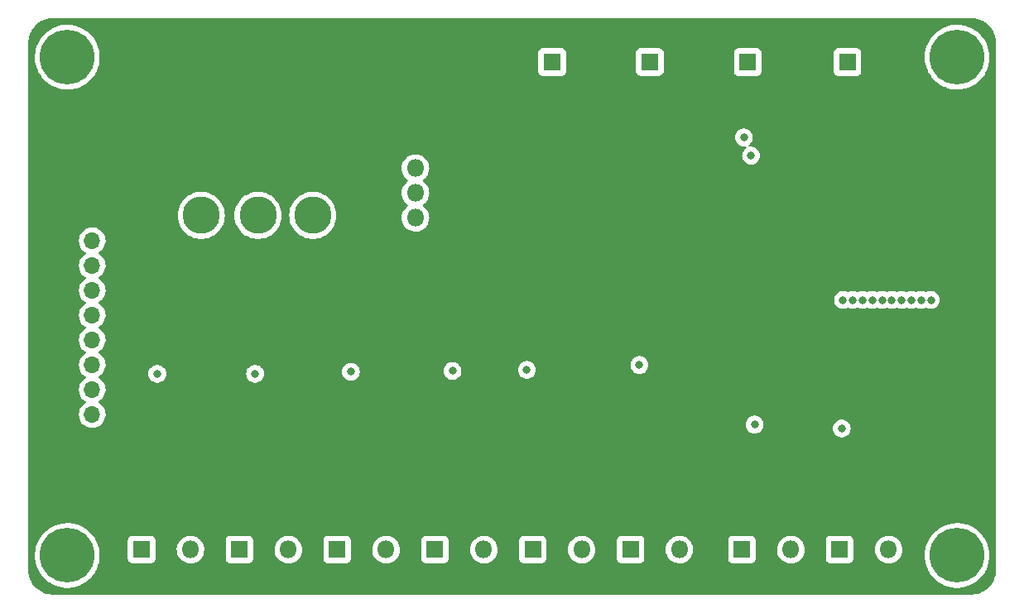
<source format=gbr>
%TF.GenerationSoftware,KiCad,Pcbnew,(6.0.5)*%
%TF.CreationDate,2022-10-19T12:43:17-05:00*%
%TF.ProjectId,powerPCB,706f7765-7250-4434-922e-6b696361645f,rev?*%
%TF.SameCoordinates,Original*%
%TF.FileFunction,Copper,L2,Inr*%
%TF.FilePolarity,Positive*%
%FSLAX46Y46*%
G04 Gerber Fmt 4.6, Leading zero omitted, Abs format (unit mm)*
G04 Created by KiCad (PCBNEW (6.0.5)) date 2022-10-19 12:43:17*
%MOMM*%
%LPD*%
G01*
G04 APERTURE LIST*
%TA.AperFunction,ComponentPad*%
%ADD10C,5.600000*%
%TD*%
%TA.AperFunction,ComponentPad*%
%ADD11C,3.800000*%
%TD*%
%TA.AperFunction,ComponentPad*%
%ADD12R,1.800000X1.800000*%
%TD*%
%TA.AperFunction,ComponentPad*%
%ADD13O,1.800000X1.800000*%
%TD*%
%TA.AperFunction,ComponentPad*%
%ADD14R,1.700000X1.700000*%
%TD*%
%TA.AperFunction,ComponentPad*%
%ADD15O,1.700000X1.700000*%
%TD*%
%TA.AperFunction,ViaPad*%
%ADD16C,0.800000*%
%TD*%
G04 APERTURE END LIST*
D10*
%TO.N,unconnected-(H9-Pad1)*%
%TO.C,H9*%
X84900000Y-49000000D03*
%TD*%
D11*
%TO.N,GND*%
%TO.C,H5*%
X110100000Y-57900000D03*
%TD*%
D12*
%TO.N,Net-(Q6-Pad3)*%
%TO.C,J10*%
X122500000Y-99400000D03*
D13*
%TO.N,+12V*%
X127500000Y-99400000D03*
%TD*%
%TO.N,GND*%
%TO.C,J3*%
X149500000Y-49500000D03*
D12*
%TO.N,+5V*%
X154500000Y-49500000D03*
%TD*%
%TO.N,Net-(J7-Pad1)*%
%TO.C,J7*%
X153900000Y-99400000D03*
D13*
%TO.N,+12V*%
X158900000Y-99400000D03*
%TD*%
D12*
%TO.N,Net-(D1-Pad2)*%
%TO.C,J1*%
X92500000Y-99400000D03*
D13*
%TO.N,+12V*%
X97500000Y-99400000D03*
%TD*%
D11*
%TO.N,GND*%
%TO.C,H6*%
X104400000Y-57900000D03*
%TD*%
D10*
%TO.N,unconnected-(H10-Pad1)*%
%TO.C,H10*%
X175900000Y-100000000D03*
%TD*%
D13*
%TO.N,GND*%
%TO.C,J4*%
X159700000Y-49500000D03*
D12*
%TO.N,+5V*%
X164700000Y-49500000D03*
%TD*%
D11*
%TO.N,/12IN*%
%TO.C,H2*%
X98600000Y-65200000D03*
%TD*%
D12*
%TO.N,Net-(D2-Pad2)*%
%TO.C,J6*%
X102500000Y-99400000D03*
D13*
%TO.N,+12V*%
X107500000Y-99400000D03*
%TD*%
D12*
%TO.N,Net-(J9-Pad1)*%
%TO.C,J9*%
X163900000Y-99400000D03*
D13*
%TO.N,+12V*%
X168900000Y-99400000D03*
%TD*%
D12*
%TO.N,Net-(D6-Pad2)*%
%TO.C,J13*%
X142500000Y-99390000D03*
D13*
%TO.N,+12V*%
X147500000Y-99390000D03*
%TD*%
D12*
%TO.N,Net-(D5-Pad2)*%
%TO.C,J11*%
X132500000Y-99400000D03*
D13*
%TO.N,+12V*%
X137500000Y-99400000D03*
%TD*%
D11*
%TO.N,/12IN*%
%TO.C,H3*%
X110000000Y-65200000D03*
%TD*%
D14*
%TO.N,GND*%
%TO.C,J5*%
X87450000Y-65250000D03*
D15*
%TO.N,GPIO19*%
X87450000Y-67790000D03*
%TO.N,GPIO13*%
X87450000Y-70330000D03*
%TO.N,GPIO6*%
X87450000Y-72870000D03*
%TO.N,GPIO5*%
X87450000Y-75410000D03*
%TO.N,GPIO22*%
X87450000Y-77950000D03*
%TO.N,GPIO27*%
X87450000Y-80490000D03*
%TO.N,GPIO17*%
X87450000Y-83030000D03*
%TO.N,GPIO4*%
X87450000Y-85570000D03*
%TD*%
D10*
%TO.N,unconnected-(H8-Pad1)*%
%TO.C,H8*%
X84900000Y-100000000D03*
%TD*%
D11*
%TO.N,/12IN*%
%TO.C,H1*%
X104400000Y-65200000D03*
%TD*%
D13*
%TO.N,unconnected-(SW1-Pad1)*%
%TO.C,SW1*%
X120500000Y-65440000D03*
%TO.N,/12IN*%
X120500000Y-62900000D03*
%TO.N,+12V*%
X120500000Y-60360000D03*
%TD*%
D10*
%TO.N,unconnected-(H7-Pad1)*%
%TO.C,H7*%
X175900000Y-49000000D03*
%TD*%
D11*
%TO.N,GND*%
%TO.C,H4*%
X98500000Y-57900000D03*
%TD*%
D12*
%TO.N,Net-(D3-Pad2)*%
%TO.C,J8*%
X112500000Y-99400000D03*
D13*
%TO.N,+12V*%
X117500000Y-99400000D03*
%TD*%
%TO.N,GND*%
%TO.C,J2*%
X139472500Y-49487500D03*
D12*
%TO.N,+5V*%
X144472500Y-49487500D03*
%TD*%
D13*
%TO.N,GND*%
%TO.C,J12*%
X129482500Y-49497500D03*
D12*
%TO.N,+5V*%
X134482500Y-49497500D03*
%TD*%
D16*
%TO.N,GND*%
X151880000Y-54360000D03*
X121912500Y-86700000D03*
X101600000Y-86500000D03*
X153220000Y-61940000D03*
X152830000Y-60850000D03*
X91900000Y-86500000D03*
X111712500Y-86700000D03*
X142000000Y-86500000D03*
X132712500Y-86600000D03*
X147130000Y-65450000D03*
X152712500Y-92800000D03*
X162212500Y-92900000D03*
X162930000Y-57150000D03*
X169330000Y-67850000D03*
%TO.N,+5V*%
X166230000Y-73850000D03*
X170230000Y-73850000D03*
X171230000Y-73850000D03*
X168230000Y-73850000D03*
X169230000Y-73850000D03*
X173230000Y-73850000D03*
X172230000Y-73850000D03*
X167230000Y-73850000D03*
X165230000Y-73850000D03*
X164230000Y-73850000D03*
%TO.N,/EN*%
X154828999Y-59075263D03*
X154100000Y-57210000D03*
%TO.N,GPIO4*%
X94100000Y-81400000D03*
%TO.N,GPIO17*%
X104100000Y-81400000D03*
%TO.N,GPIO27*%
X113900000Y-81200000D03*
%TO.N,GPIO22*%
X124300000Y-81100000D03*
%TO.N,GPIO5*%
X131900000Y-81000000D03*
%TO.N,GPIO6*%
X155200000Y-86600000D03*
%TO.N,GPIO13*%
X164100000Y-87000000D03*
%TO.N,GPIO19*%
X143400000Y-80500000D03*
%TD*%
%TA.AperFunction,Conductor*%
%TO.N,GND*%
G36*
X177370018Y-45010000D02*
G01*
X177384851Y-45012310D01*
X177384855Y-45012310D01*
X177393724Y-45013691D01*
X177410923Y-45011442D01*
X177434863Y-45010609D01*
X177692710Y-45026206D01*
X177707814Y-45028040D01*
X177779786Y-45041229D01*
X177988760Y-45079525D01*
X178003526Y-45083164D01*
X178276231Y-45168142D01*
X178290445Y-45173534D01*
X178508223Y-45271547D01*
X178550906Y-45290757D01*
X178564379Y-45297828D01*
X178808813Y-45445595D01*
X178821334Y-45454238D01*
X179046171Y-45630385D01*
X179057560Y-45640475D01*
X179259525Y-45842440D01*
X179269615Y-45853829D01*
X179445762Y-46078666D01*
X179454405Y-46091187D01*
X179602172Y-46335621D01*
X179609242Y-46349092D01*
X179726466Y-46609555D01*
X179731858Y-46623769D01*
X179762183Y-46721087D01*
X179816836Y-46896473D01*
X179820475Y-46911240D01*
X179858771Y-47120214D01*
X179871960Y-47192186D01*
X179873794Y-47207290D01*
X179888953Y-47457904D01*
X179887692Y-47484716D01*
X179887690Y-47484852D01*
X179886309Y-47493724D01*
X179887473Y-47502626D01*
X179887473Y-47502628D01*
X179890436Y-47525283D01*
X179891500Y-47541621D01*
X179891500Y-101450633D01*
X179890000Y-101470018D01*
X179887690Y-101484851D01*
X179887690Y-101484855D01*
X179886309Y-101493724D01*
X179888558Y-101510919D01*
X179889391Y-101534863D01*
X179873794Y-101792710D01*
X179871960Y-101807814D01*
X179832778Y-102021630D01*
X179820477Y-102088754D01*
X179816836Y-102103527D01*
X179731859Y-102376227D01*
X179726466Y-102390445D01*
X179661023Y-102535855D01*
X179609243Y-102650906D01*
X179602172Y-102664379D01*
X179454405Y-102908813D01*
X179445762Y-102921334D01*
X179269615Y-103146171D01*
X179259525Y-103157560D01*
X179057560Y-103359525D01*
X179046171Y-103369615D01*
X178821334Y-103545762D01*
X178808813Y-103554405D01*
X178564379Y-103702172D01*
X178550908Y-103709242D01*
X178290445Y-103826466D01*
X178276231Y-103831858D01*
X178003527Y-103916836D01*
X177988760Y-103920475D01*
X177779786Y-103958771D01*
X177707814Y-103971960D01*
X177692710Y-103973794D01*
X177442096Y-103988953D01*
X177415284Y-103987692D01*
X177415148Y-103987690D01*
X177406276Y-103986309D01*
X177397374Y-103987473D01*
X177397372Y-103987473D01*
X177382707Y-103989391D01*
X177374714Y-103990436D01*
X177358379Y-103991500D01*
X83449367Y-103991500D01*
X83429982Y-103990000D01*
X83415149Y-103987690D01*
X83415145Y-103987690D01*
X83406276Y-103986309D01*
X83389077Y-103988558D01*
X83365137Y-103989391D01*
X83107290Y-103973794D01*
X83092186Y-103971960D01*
X83020214Y-103958771D01*
X82811240Y-103920475D01*
X82796473Y-103916836D01*
X82523769Y-103831858D01*
X82509555Y-103826466D01*
X82249092Y-103709242D01*
X82235621Y-103702172D01*
X81991187Y-103554405D01*
X81978666Y-103545762D01*
X81753829Y-103369615D01*
X81742440Y-103359525D01*
X81540475Y-103157560D01*
X81530385Y-103146171D01*
X81354238Y-102921334D01*
X81345595Y-102908813D01*
X81197828Y-102664379D01*
X81190757Y-102650906D01*
X81138977Y-102535855D01*
X81073534Y-102390445D01*
X81068141Y-102376227D01*
X80983164Y-102103527D01*
X80979523Y-102088754D01*
X80967223Y-102021630D01*
X80928040Y-101807814D01*
X80926206Y-101792710D01*
X80911269Y-101545768D01*
X80912520Y-101522216D01*
X80912334Y-101522199D01*
X80912769Y-101517350D01*
X80913576Y-101512552D01*
X80913729Y-101500000D01*
X80909773Y-101472376D01*
X80908500Y-101454514D01*
X80908500Y-99988434D01*
X81586661Y-99988434D01*
X81604792Y-100346340D01*
X81605329Y-100349695D01*
X81605330Y-100349701D01*
X81635283Y-100536705D01*
X81661470Y-100700195D01*
X81756033Y-101045859D01*
X81887374Y-101379288D01*
X81918151Y-101437909D01*
X81963782Y-101524823D01*
X82053957Y-101696582D01*
X82055858Y-101699411D01*
X82055864Y-101699421D01*
X82123664Y-101800317D01*
X82253834Y-101994029D01*
X82484665Y-102268150D01*
X82743751Y-102515738D01*
X83028061Y-102733897D01*
X83060056Y-102753350D01*
X83331355Y-102918303D01*
X83331360Y-102918306D01*
X83334270Y-102920075D01*
X83337358Y-102921521D01*
X83337357Y-102921521D01*
X83655710Y-103070649D01*
X83655720Y-103070653D01*
X83658794Y-103072093D01*
X83662012Y-103073195D01*
X83662015Y-103073196D01*
X83994615Y-103187071D01*
X83994623Y-103187073D01*
X83997838Y-103188174D01*
X84347435Y-103266959D01*
X84399728Y-103272917D01*
X84700114Y-103307142D01*
X84700122Y-103307142D01*
X84703497Y-103307527D01*
X84706901Y-103307545D01*
X84706904Y-103307545D01*
X84901227Y-103308562D01*
X85061857Y-103309403D01*
X85065243Y-103309053D01*
X85065245Y-103309053D01*
X85414932Y-103272917D01*
X85414941Y-103272916D01*
X85418324Y-103272566D01*
X85421657Y-103271852D01*
X85421660Y-103271851D01*
X85594186Y-103234864D01*
X85768727Y-103197446D01*
X86108968Y-103084922D01*
X86435066Y-102936311D01*
X86590091Y-102844264D01*
X86740262Y-102755099D01*
X86740267Y-102755096D01*
X86743207Y-102753350D01*
X87029786Y-102538180D01*
X87291451Y-102293319D01*
X87525140Y-102021630D01*
X87677244Y-101800317D01*
X87726190Y-101729101D01*
X87726195Y-101729094D01*
X87728120Y-101726292D01*
X87729732Y-101723298D01*
X87729737Y-101723290D01*
X87874458Y-101454514D01*
X87898017Y-101410760D01*
X88032842Y-101078724D01*
X88043142Y-101042568D01*
X88111742Y-100801745D01*
X88131020Y-100734070D01*
X88142204Y-100668642D01*
X88190829Y-100384175D01*
X88190829Y-100384173D01*
X88191401Y-100380828D01*
X88193401Y-100348134D01*
X91091500Y-100348134D01*
X91098255Y-100410316D01*
X91149385Y-100546705D01*
X91236739Y-100663261D01*
X91353295Y-100750615D01*
X91489684Y-100801745D01*
X91551866Y-100808500D01*
X93448134Y-100808500D01*
X93510316Y-100801745D01*
X93646705Y-100750615D01*
X93763261Y-100663261D01*
X93850615Y-100546705D01*
X93901745Y-100410316D01*
X93908500Y-100348134D01*
X93908500Y-99365469D01*
X96087095Y-99365469D01*
X96087392Y-99370622D01*
X96087392Y-99370625D01*
X96093067Y-99469041D01*
X96100427Y-99596697D01*
X96101564Y-99601743D01*
X96101565Y-99601749D01*
X96133741Y-99744523D01*
X96151346Y-99822642D01*
X96153288Y-99827424D01*
X96153289Y-99827428D01*
X96236540Y-100032450D01*
X96238484Y-100037237D01*
X96359501Y-100234719D01*
X96511147Y-100409784D01*
X96689349Y-100557730D01*
X96889322Y-100674584D01*
X97105694Y-100757209D01*
X97110760Y-100758240D01*
X97110761Y-100758240D01*
X97163846Y-100769040D01*
X97332656Y-100803385D01*
X97462089Y-100808131D01*
X97558949Y-100811683D01*
X97558953Y-100811683D01*
X97564113Y-100811872D01*
X97569233Y-100811216D01*
X97569235Y-100811216D01*
X97643166Y-100801745D01*
X97793847Y-100782442D01*
X97798795Y-100780957D01*
X97798802Y-100780956D01*
X98010747Y-100717369D01*
X98015690Y-100715886D01*
X98020324Y-100713616D01*
X98219049Y-100616262D01*
X98219052Y-100616260D01*
X98223684Y-100613991D01*
X98412243Y-100479494D01*
X98544062Y-100348134D01*
X101091500Y-100348134D01*
X101098255Y-100410316D01*
X101149385Y-100546705D01*
X101236739Y-100663261D01*
X101353295Y-100750615D01*
X101489684Y-100801745D01*
X101551866Y-100808500D01*
X103448134Y-100808500D01*
X103510316Y-100801745D01*
X103646705Y-100750615D01*
X103763261Y-100663261D01*
X103850615Y-100546705D01*
X103901745Y-100410316D01*
X103908500Y-100348134D01*
X103908500Y-99365469D01*
X106087095Y-99365469D01*
X106087392Y-99370622D01*
X106087392Y-99370625D01*
X106093067Y-99469041D01*
X106100427Y-99596697D01*
X106101564Y-99601743D01*
X106101565Y-99601749D01*
X106133741Y-99744523D01*
X106151346Y-99822642D01*
X106153288Y-99827424D01*
X106153289Y-99827428D01*
X106236540Y-100032450D01*
X106238484Y-100037237D01*
X106359501Y-100234719D01*
X106511147Y-100409784D01*
X106689349Y-100557730D01*
X106889322Y-100674584D01*
X107105694Y-100757209D01*
X107110760Y-100758240D01*
X107110761Y-100758240D01*
X107163846Y-100769040D01*
X107332656Y-100803385D01*
X107462089Y-100808131D01*
X107558949Y-100811683D01*
X107558953Y-100811683D01*
X107564113Y-100811872D01*
X107569233Y-100811216D01*
X107569235Y-100811216D01*
X107643166Y-100801745D01*
X107793847Y-100782442D01*
X107798795Y-100780957D01*
X107798802Y-100780956D01*
X108010747Y-100717369D01*
X108015690Y-100715886D01*
X108020324Y-100713616D01*
X108219049Y-100616262D01*
X108219052Y-100616260D01*
X108223684Y-100613991D01*
X108412243Y-100479494D01*
X108544062Y-100348134D01*
X111091500Y-100348134D01*
X111098255Y-100410316D01*
X111149385Y-100546705D01*
X111236739Y-100663261D01*
X111353295Y-100750615D01*
X111489684Y-100801745D01*
X111551866Y-100808500D01*
X113448134Y-100808500D01*
X113510316Y-100801745D01*
X113646705Y-100750615D01*
X113763261Y-100663261D01*
X113850615Y-100546705D01*
X113901745Y-100410316D01*
X113908500Y-100348134D01*
X113908500Y-99365469D01*
X116087095Y-99365469D01*
X116087392Y-99370622D01*
X116087392Y-99370625D01*
X116093067Y-99469041D01*
X116100427Y-99596697D01*
X116101564Y-99601743D01*
X116101565Y-99601749D01*
X116133741Y-99744523D01*
X116151346Y-99822642D01*
X116153288Y-99827424D01*
X116153289Y-99827428D01*
X116236540Y-100032450D01*
X116238484Y-100037237D01*
X116359501Y-100234719D01*
X116511147Y-100409784D01*
X116689349Y-100557730D01*
X116889322Y-100674584D01*
X117105694Y-100757209D01*
X117110760Y-100758240D01*
X117110761Y-100758240D01*
X117163846Y-100769040D01*
X117332656Y-100803385D01*
X117462089Y-100808131D01*
X117558949Y-100811683D01*
X117558953Y-100811683D01*
X117564113Y-100811872D01*
X117569233Y-100811216D01*
X117569235Y-100811216D01*
X117643166Y-100801745D01*
X117793847Y-100782442D01*
X117798795Y-100780957D01*
X117798802Y-100780956D01*
X118010747Y-100717369D01*
X118015690Y-100715886D01*
X118020324Y-100713616D01*
X118219049Y-100616262D01*
X118219052Y-100616260D01*
X118223684Y-100613991D01*
X118412243Y-100479494D01*
X118544062Y-100348134D01*
X121091500Y-100348134D01*
X121098255Y-100410316D01*
X121149385Y-100546705D01*
X121236739Y-100663261D01*
X121353295Y-100750615D01*
X121489684Y-100801745D01*
X121551866Y-100808500D01*
X123448134Y-100808500D01*
X123510316Y-100801745D01*
X123646705Y-100750615D01*
X123763261Y-100663261D01*
X123850615Y-100546705D01*
X123901745Y-100410316D01*
X123908500Y-100348134D01*
X123908500Y-99365469D01*
X126087095Y-99365469D01*
X126087392Y-99370622D01*
X126087392Y-99370625D01*
X126093067Y-99469041D01*
X126100427Y-99596697D01*
X126101564Y-99601743D01*
X126101565Y-99601749D01*
X126133741Y-99744523D01*
X126151346Y-99822642D01*
X126153288Y-99827424D01*
X126153289Y-99827428D01*
X126236540Y-100032450D01*
X126238484Y-100037237D01*
X126359501Y-100234719D01*
X126511147Y-100409784D01*
X126689349Y-100557730D01*
X126889322Y-100674584D01*
X127105694Y-100757209D01*
X127110760Y-100758240D01*
X127110761Y-100758240D01*
X127163846Y-100769040D01*
X127332656Y-100803385D01*
X127462089Y-100808131D01*
X127558949Y-100811683D01*
X127558953Y-100811683D01*
X127564113Y-100811872D01*
X127569233Y-100811216D01*
X127569235Y-100811216D01*
X127643166Y-100801745D01*
X127793847Y-100782442D01*
X127798795Y-100780957D01*
X127798802Y-100780956D01*
X128010747Y-100717369D01*
X128015690Y-100715886D01*
X128020324Y-100713616D01*
X128219049Y-100616262D01*
X128219052Y-100616260D01*
X128223684Y-100613991D01*
X128412243Y-100479494D01*
X128544062Y-100348134D01*
X131091500Y-100348134D01*
X131098255Y-100410316D01*
X131149385Y-100546705D01*
X131236739Y-100663261D01*
X131353295Y-100750615D01*
X131489684Y-100801745D01*
X131551866Y-100808500D01*
X133448134Y-100808500D01*
X133510316Y-100801745D01*
X133646705Y-100750615D01*
X133763261Y-100663261D01*
X133850615Y-100546705D01*
X133901745Y-100410316D01*
X133908500Y-100348134D01*
X133908500Y-99365469D01*
X136087095Y-99365469D01*
X136087392Y-99370622D01*
X136087392Y-99370625D01*
X136093067Y-99469041D01*
X136100427Y-99596697D01*
X136101564Y-99601743D01*
X136101565Y-99601749D01*
X136133741Y-99744523D01*
X136151346Y-99822642D01*
X136153288Y-99827424D01*
X136153289Y-99827428D01*
X136236540Y-100032450D01*
X136238484Y-100037237D01*
X136359501Y-100234719D01*
X136511147Y-100409784D01*
X136689349Y-100557730D01*
X136889322Y-100674584D01*
X137105694Y-100757209D01*
X137110760Y-100758240D01*
X137110761Y-100758240D01*
X137163846Y-100769040D01*
X137332656Y-100803385D01*
X137462089Y-100808131D01*
X137558949Y-100811683D01*
X137558953Y-100811683D01*
X137564113Y-100811872D01*
X137569233Y-100811216D01*
X137569235Y-100811216D01*
X137643166Y-100801745D01*
X137793847Y-100782442D01*
X137798795Y-100780957D01*
X137798802Y-100780956D01*
X138010747Y-100717369D01*
X138015690Y-100715886D01*
X138020324Y-100713616D01*
X138219049Y-100616262D01*
X138219052Y-100616260D01*
X138223684Y-100613991D01*
X138412243Y-100479494D01*
X138554097Y-100338134D01*
X141091500Y-100338134D01*
X141098255Y-100400316D01*
X141149385Y-100536705D01*
X141236739Y-100653261D01*
X141353295Y-100740615D01*
X141489684Y-100791745D01*
X141551866Y-100798500D01*
X143448134Y-100798500D01*
X143510316Y-100791745D01*
X143646705Y-100740615D01*
X143763261Y-100653261D01*
X143850615Y-100536705D01*
X143901745Y-100400316D01*
X143908500Y-100338134D01*
X143908500Y-99355469D01*
X146087095Y-99355469D01*
X146087392Y-99360622D01*
X146087392Y-99360625D01*
X146100129Y-99581529D01*
X146100427Y-99586697D01*
X146101564Y-99591743D01*
X146101565Y-99591749D01*
X146125661Y-99698671D01*
X146151346Y-99812642D01*
X146153288Y-99817424D01*
X146153289Y-99817428D01*
X146226691Y-99998194D01*
X146238484Y-100027237D01*
X146359501Y-100224719D01*
X146511147Y-100399784D01*
X146689349Y-100547730D01*
X146889322Y-100664584D01*
X146894147Y-100666426D01*
X146894148Y-100666427D01*
X146968665Y-100694883D01*
X147105694Y-100747209D01*
X147110760Y-100748240D01*
X147110761Y-100748240D01*
X147159913Y-100758240D01*
X147332656Y-100793385D01*
X147462089Y-100798131D01*
X147558949Y-100801683D01*
X147558953Y-100801683D01*
X147564113Y-100801872D01*
X147569233Y-100801216D01*
X147569235Y-100801216D01*
X147643166Y-100791745D01*
X147793847Y-100772442D01*
X147798795Y-100770957D01*
X147798802Y-100770956D01*
X148010747Y-100707369D01*
X148015690Y-100705886D01*
X148034178Y-100696829D01*
X148219049Y-100606262D01*
X148219052Y-100606260D01*
X148223684Y-100603991D01*
X148412243Y-100469494D01*
X148534027Y-100348134D01*
X152491500Y-100348134D01*
X152498255Y-100410316D01*
X152549385Y-100546705D01*
X152636739Y-100663261D01*
X152753295Y-100750615D01*
X152889684Y-100801745D01*
X152951866Y-100808500D01*
X154848134Y-100808500D01*
X154910316Y-100801745D01*
X155046705Y-100750615D01*
X155163261Y-100663261D01*
X155250615Y-100546705D01*
X155301745Y-100410316D01*
X155308500Y-100348134D01*
X155308500Y-99365469D01*
X157487095Y-99365469D01*
X157487392Y-99370622D01*
X157487392Y-99370625D01*
X157493067Y-99469041D01*
X157500427Y-99596697D01*
X157501564Y-99601743D01*
X157501565Y-99601749D01*
X157533741Y-99744523D01*
X157551346Y-99822642D01*
X157553288Y-99827424D01*
X157553289Y-99827428D01*
X157636540Y-100032450D01*
X157638484Y-100037237D01*
X157759501Y-100234719D01*
X157911147Y-100409784D01*
X158089349Y-100557730D01*
X158289322Y-100674584D01*
X158505694Y-100757209D01*
X158510760Y-100758240D01*
X158510761Y-100758240D01*
X158563846Y-100769040D01*
X158732656Y-100803385D01*
X158862089Y-100808131D01*
X158958949Y-100811683D01*
X158958953Y-100811683D01*
X158964113Y-100811872D01*
X158969233Y-100811216D01*
X158969235Y-100811216D01*
X159043166Y-100801745D01*
X159193847Y-100782442D01*
X159198795Y-100780957D01*
X159198802Y-100780956D01*
X159410747Y-100717369D01*
X159415690Y-100715886D01*
X159420324Y-100713616D01*
X159619049Y-100616262D01*
X159619052Y-100616260D01*
X159623684Y-100613991D01*
X159812243Y-100479494D01*
X159944062Y-100348134D01*
X162491500Y-100348134D01*
X162498255Y-100410316D01*
X162549385Y-100546705D01*
X162636739Y-100663261D01*
X162753295Y-100750615D01*
X162889684Y-100801745D01*
X162951866Y-100808500D01*
X164848134Y-100808500D01*
X164910316Y-100801745D01*
X165046705Y-100750615D01*
X165163261Y-100663261D01*
X165250615Y-100546705D01*
X165301745Y-100410316D01*
X165308500Y-100348134D01*
X165308500Y-99365469D01*
X167487095Y-99365469D01*
X167487392Y-99370622D01*
X167487392Y-99370625D01*
X167493067Y-99469041D01*
X167500427Y-99596697D01*
X167501564Y-99601743D01*
X167501565Y-99601749D01*
X167533741Y-99744523D01*
X167551346Y-99822642D01*
X167553288Y-99827424D01*
X167553289Y-99827428D01*
X167636540Y-100032450D01*
X167638484Y-100037237D01*
X167759501Y-100234719D01*
X167911147Y-100409784D01*
X168089349Y-100557730D01*
X168289322Y-100674584D01*
X168505694Y-100757209D01*
X168510760Y-100758240D01*
X168510761Y-100758240D01*
X168563846Y-100769040D01*
X168732656Y-100803385D01*
X168862089Y-100808131D01*
X168958949Y-100811683D01*
X168958953Y-100811683D01*
X168964113Y-100811872D01*
X168969233Y-100811216D01*
X168969235Y-100811216D01*
X169043166Y-100801745D01*
X169193847Y-100782442D01*
X169198795Y-100780957D01*
X169198802Y-100780956D01*
X169410747Y-100717369D01*
X169415690Y-100715886D01*
X169420324Y-100713616D01*
X169619049Y-100616262D01*
X169619052Y-100616260D01*
X169623684Y-100613991D01*
X169812243Y-100479494D01*
X169976303Y-100316005D01*
X169980868Y-100309653D01*
X170039094Y-100228622D01*
X170111458Y-100127917D01*
X170116401Y-100117917D01*
X170180395Y-99988434D01*
X172586661Y-99988434D01*
X172604792Y-100346340D01*
X172605329Y-100349695D01*
X172605330Y-100349701D01*
X172635283Y-100536705D01*
X172661470Y-100700195D01*
X172756033Y-101045859D01*
X172887374Y-101379288D01*
X172918151Y-101437909D01*
X172963782Y-101524823D01*
X173053957Y-101696582D01*
X173055858Y-101699411D01*
X173055864Y-101699421D01*
X173123664Y-101800317D01*
X173253834Y-101994029D01*
X173484665Y-102268150D01*
X173743751Y-102515738D01*
X174028061Y-102733897D01*
X174060056Y-102753350D01*
X174331355Y-102918303D01*
X174331360Y-102918306D01*
X174334270Y-102920075D01*
X174337358Y-102921521D01*
X174337357Y-102921521D01*
X174655710Y-103070649D01*
X174655720Y-103070653D01*
X174658794Y-103072093D01*
X174662012Y-103073195D01*
X174662015Y-103073196D01*
X174994615Y-103187071D01*
X174994623Y-103187073D01*
X174997838Y-103188174D01*
X175347435Y-103266959D01*
X175399728Y-103272917D01*
X175700114Y-103307142D01*
X175700122Y-103307142D01*
X175703497Y-103307527D01*
X175706901Y-103307545D01*
X175706904Y-103307545D01*
X175901227Y-103308562D01*
X176061857Y-103309403D01*
X176065243Y-103309053D01*
X176065245Y-103309053D01*
X176414932Y-103272917D01*
X176414941Y-103272916D01*
X176418324Y-103272566D01*
X176421657Y-103271852D01*
X176421660Y-103271851D01*
X176594186Y-103234864D01*
X176768727Y-103197446D01*
X177108968Y-103084922D01*
X177435066Y-102936311D01*
X177590091Y-102844264D01*
X177740262Y-102755099D01*
X177740267Y-102755096D01*
X177743207Y-102753350D01*
X178029786Y-102538180D01*
X178291451Y-102293319D01*
X178525140Y-102021630D01*
X178677244Y-101800317D01*
X178726190Y-101729101D01*
X178726195Y-101729094D01*
X178728120Y-101726292D01*
X178729732Y-101723298D01*
X178729737Y-101723290D01*
X178874458Y-101454514D01*
X178898017Y-101410760D01*
X179032842Y-101078724D01*
X179043142Y-101042568D01*
X179111742Y-100801745D01*
X179131020Y-100734070D01*
X179142204Y-100668642D01*
X179190829Y-100384175D01*
X179190829Y-100384173D01*
X179191401Y-100380828D01*
X179193511Y-100346340D01*
X179212708Y-100032450D01*
X179213278Y-100023131D01*
X179213359Y-100000000D01*
X179193979Y-99642159D01*
X179136066Y-99288505D01*
X179040297Y-98943173D01*
X179037243Y-98935497D01*
X178909052Y-98613369D01*
X178907793Y-98610205D01*
X178853057Y-98506827D01*
X178741702Y-98296513D01*
X178741698Y-98296506D01*
X178740103Y-98293494D01*
X178539190Y-97996746D01*
X178534232Y-97990899D01*
X178443506Y-97883919D01*
X178307403Y-97723432D01*
X178047454Y-97476750D01*
X177762384Y-97259585D01*
X177759472Y-97257828D01*
X177759467Y-97257825D01*
X177458443Y-97076236D01*
X177458437Y-97076233D01*
X177455528Y-97074478D01*
X177130475Y-96923593D01*
X176960751Y-96866145D01*
X176794255Y-96809789D01*
X176794250Y-96809788D01*
X176791028Y-96808697D01*
X176592681Y-96764724D01*
X176444493Y-96731871D01*
X176444487Y-96731870D01*
X176441158Y-96731132D01*
X176437769Y-96730758D01*
X176437764Y-96730757D01*
X176088338Y-96692180D01*
X176088333Y-96692180D01*
X176084957Y-96691807D01*
X176081558Y-96691801D01*
X176081557Y-96691801D01*
X175912080Y-96691505D01*
X175726592Y-96691182D01*
X175613413Y-96703277D01*
X175373639Y-96728901D01*
X175373631Y-96728902D01*
X175370256Y-96729263D01*
X175020117Y-96805606D01*
X174680271Y-96919317D01*
X174677178Y-96920739D01*
X174677177Y-96920740D01*
X174670974Y-96923593D01*
X174354694Y-97069066D01*
X174047193Y-97253101D01*
X174044467Y-97255163D01*
X174044465Y-97255164D01*
X174038620Y-97259585D01*
X173761367Y-97469270D01*
X173500559Y-97715043D01*
X173267819Y-97987546D01*
X173265900Y-97990358D01*
X173265897Y-97990363D01*
X173193082Y-98097106D01*
X173065871Y-98283591D01*
X172897077Y-98599714D01*
X172763411Y-98932218D01*
X172762491Y-98935492D01*
X172762489Y-98935497D01*
X172695360Y-99174318D01*
X172666437Y-99277213D01*
X172665875Y-99280570D01*
X172665875Y-99280571D01*
X172612129Y-99601749D01*
X172607290Y-99630663D01*
X172586661Y-99988434D01*
X170180395Y-99988434D01*
X170211784Y-99924922D01*
X170211785Y-99924920D01*
X170214078Y-99920280D01*
X170281408Y-99698671D01*
X170311640Y-99469041D01*
X170313327Y-99400000D01*
X170304438Y-99291878D01*
X170294773Y-99174318D01*
X170294772Y-99174312D01*
X170294349Y-99169167D01*
X170237925Y-98944533D01*
X170233577Y-98934533D01*
X170147630Y-98736868D01*
X170147628Y-98736865D01*
X170145570Y-98732131D01*
X170019764Y-98537665D01*
X170014618Y-98532009D01*
X169892260Y-98397540D01*
X169863887Y-98366358D01*
X169859836Y-98363159D01*
X169859832Y-98363155D01*
X169686177Y-98226011D01*
X169686172Y-98226008D01*
X169682123Y-98222810D01*
X169677607Y-98220317D01*
X169677604Y-98220315D01*
X169483879Y-98113373D01*
X169483875Y-98113371D01*
X169479355Y-98110876D01*
X169474486Y-98109152D01*
X169474482Y-98109150D01*
X169265903Y-98035288D01*
X169265899Y-98035287D01*
X169261028Y-98033562D01*
X169255935Y-98032655D01*
X169255932Y-98032654D01*
X169038095Y-97993851D01*
X169038089Y-97993850D01*
X169033006Y-97992945D01*
X168960096Y-97992054D01*
X168806581Y-97990179D01*
X168806579Y-97990179D01*
X168801411Y-97990116D01*
X168572464Y-98025150D01*
X168352314Y-98097106D01*
X168347726Y-98099494D01*
X168347722Y-98099496D01*
X168170671Y-98191663D01*
X168146872Y-98204052D01*
X168142739Y-98207155D01*
X168142736Y-98207157D01*
X167969995Y-98336855D01*
X167961655Y-98343117D01*
X167801639Y-98510564D01*
X167798725Y-98514836D01*
X167798724Y-98514837D01*
X167783152Y-98537665D01*
X167671119Y-98701899D01*
X167573602Y-98911981D01*
X167511707Y-99135169D01*
X167487095Y-99365469D01*
X165308500Y-99365469D01*
X165308500Y-98451866D01*
X165301745Y-98389684D01*
X165250615Y-98253295D01*
X165163261Y-98136739D01*
X165046705Y-98049385D01*
X164910316Y-97998255D01*
X164848134Y-97991500D01*
X162951866Y-97991500D01*
X162889684Y-97998255D01*
X162753295Y-98049385D01*
X162636739Y-98136739D01*
X162549385Y-98253295D01*
X162498255Y-98389684D01*
X162491500Y-98451866D01*
X162491500Y-100348134D01*
X159944062Y-100348134D01*
X159976303Y-100316005D01*
X159980868Y-100309653D01*
X160039094Y-100228622D01*
X160111458Y-100127917D01*
X160116401Y-100117917D01*
X160211784Y-99924922D01*
X160211785Y-99924920D01*
X160214078Y-99920280D01*
X160281408Y-99698671D01*
X160311640Y-99469041D01*
X160313327Y-99400000D01*
X160304438Y-99291878D01*
X160294773Y-99174318D01*
X160294772Y-99174312D01*
X160294349Y-99169167D01*
X160237925Y-98944533D01*
X160233577Y-98934533D01*
X160147630Y-98736868D01*
X160147628Y-98736865D01*
X160145570Y-98732131D01*
X160019764Y-98537665D01*
X160014618Y-98532009D01*
X159892260Y-98397540D01*
X159863887Y-98366358D01*
X159859836Y-98363159D01*
X159859832Y-98363155D01*
X159686177Y-98226011D01*
X159686172Y-98226008D01*
X159682123Y-98222810D01*
X159677607Y-98220317D01*
X159677604Y-98220315D01*
X159483879Y-98113373D01*
X159483875Y-98113371D01*
X159479355Y-98110876D01*
X159474486Y-98109152D01*
X159474482Y-98109150D01*
X159265903Y-98035288D01*
X159265899Y-98035287D01*
X159261028Y-98033562D01*
X159255935Y-98032655D01*
X159255932Y-98032654D01*
X159038095Y-97993851D01*
X159038089Y-97993850D01*
X159033006Y-97992945D01*
X158960096Y-97992054D01*
X158806581Y-97990179D01*
X158806579Y-97990179D01*
X158801411Y-97990116D01*
X158572464Y-98025150D01*
X158352314Y-98097106D01*
X158347726Y-98099494D01*
X158347722Y-98099496D01*
X158170671Y-98191663D01*
X158146872Y-98204052D01*
X158142739Y-98207155D01*
X158142736Y-98207157D01*
X157969995Y-98336855D01*
X157961655Y-98343117D01*
X157801639Y-98510564D01*
X157798725Y-98514836D01*
X157798724Y-98514837D01*
X157783152Y-98537665D01*
X157671119Y-98701899D01*
X157573602Y-98911981D01*
X157511707Y-99135169D01*
X157487095Y-99365469D01*
X155308500Y-99365469D01*
X155308500Y-98451866D01*
X155301745Y-98389684D01*
X155250615Y-98253295D01*
X155163261Y-98136739D01*
X155046705Y-98049385D01*
X154910316Y-97998255D01*
X154848134Y-97991500D01*
X152951866Y-97991500D01*
X152889684Y-97998255D01*
X152753295Y-98049385D01*
X152636739Y-98136739D01*
X152549385Y-98253295D01*
X152498255Y-98389684D01*
X152491500Y-98451866D01*
X152491500Y-100348134D01*
X148534027Y-100348134D01*
X148576303Y-100306005D01*
X148711458Y-100117917D01*
X148751333Y-100037237D01*
X148811784Y-99914922D01*
X148811785Y-99914920D01*
X148814078Y-99910280D01*
X148881408Y-99688671D01*
X148911640Y-99459041D01*
X148911722Y-99455691D01*
X148913245Y-99393365D01*
X148913245Y-99393361D01*
X148913327Y-99390000D01*
X148895595Y-99174318D01*
X148894773Y-99164318D01*
X148894772Y-99164312D01*
X148894349Y-99159167D01*
X148866137Y-99046850D01*
X148839184Y-98939544D01*
X148839183Y-98939540D01*
X148837925Y-98934533D01*
X148835544Y-98929057D01*
X148747630Y-98726868D01*
X148747628Y-98726865D01*
X148745570Y-98722131D01*
X148619764Y-98527665D01*
X148608092Y-98514837D01*
X148538602Y-98438469D01*
X148463887Y-98356358D01*
X148459836Y-98353159D01*
X148459832Y-98353155D01*
X148286177Y-98216011D01*
X148286172Y-98216008D01*
X148282123Y-98212810D01*
X148277607Y-98210317D01*
X148277604Y-98210315D01*
X148083879Y-98103373D01*
X148083875Y-98103371D01*
X148079355Y-98100876D01*
X148074486Y-98099152D01*
X148074482Y-98099150D01*
X147865903Y-98025288D01*
X147865899Y-98025287D01*
X147861028Y-98023562D01*
X147855935Y-98022655D01*
X147855932Y-98022654D01*
X147638095Y-97983851D01*
X147638089Y-97983850D01*
X147633006Y-97982945D01*
X147560096Y-97982054D01*
X147406581Y-97980179D01*
X147406579Y-97980179D01*
X147401411Y-97980116D01*
X147172464Y-98015150D01*
X146952314Y-98087106D01*
X146947726Y-98089494D01*
X146947722Y-98089496D01*
X146751461Y-98191663D01*
X146746872Y-98194052D01*
X146742739Y-98197155D01*
X146742736Y-98197157D01*
X146565790Y-98330012D01*
X146561655Y-98333117D01*
X146558083Y-98336855D01*
X146444911Y-98455283D01*
X146401639Y-98500564D01*
X146398725Y-98504836D01*
X146398724Y-98504837D01*
X146383152Y-98527665D01*
X146271119Y-98691899D01*
X146173602Y-98901981D01*
X146111707Y-99125169D01*
X146087095Y-99355469D01*
X143908500Y-99355469D01*
X143908500Y-98441866D01*
X143901745Y-98379684D01*
X143850615Y-98243295D01*
X143763261Y-98126739D01*
X143646705Y-98039385D01*
X143510316Y-97988255D01*
X143448134Y-97981500D01*
X141551866Y-97981500D01*
X141489684Y-97988255D01*
X141353295Y-98039385D01*
X141236739Y-98126739D01*
X141149385Y-98243295D01*
X141098255Y-98379684D01*
X141091500Y-98441866D01*
X141091500Y-100338134D01*
X138554097Y-100338134D01*
X138576303Y-100316005D01*
X138580868Y-100309653D01*
X138639094Y-100228622D01*
X138711458Y-100127917D01*
X138716401Y-100117917D01*
X138811784Y-99924922D01*
X138811785Y-99924920D01*
X138814078Y-99920280D01*
X138881408Y-99698671D01*
X138911640Y-99469041D01*
X138913327Y-99400000D01*
X138904438Y-99291878D01*
X138894773Y-99174318D01*
X138894772Y-99174312D01*
X138894349Y-99169167D01*
X138837925Y-98944533D01*
X138833577Y-98934533D01*
X138747630Y-98736868D01*
X138747628Y-98736865D01*
X138745570Y-98732131D01*
X138619764Y-98537665D01*
X138614618Y-98532009D01*
X138492260Y-98397540D01*
X138463887Y-98366358D01*
X138459836Y-98363159D01*
X138459832Y-98363155D01*
X138286177Y-98226011D01*
X138286172Y-98226008D01*
X138282123Y-98222810D01*
X138277607Y-98220317D01*
X138277604Y-98220315D01*
X138083879Y-98113373D01*
X138083875Y-98113371D01*
X138079355Y-98110876D01*
X138074486Y-98109152D01*
X138074482Y-98109150D01*
X137865903Y-98035288D01*
X137865899Y-98035287D01*
X137861028Y-98033562D01*
X137855935Y-98032655D01*
X137855932Y-98032654D01*
X137638095Y-97993851D01*
X137638089Y-97993850D01*
X137633006Y-97992945D01*
X137560096Y-97992054D01*
X137406581Y-97990179D01*
X137406579Y-97990179D01*
X137401411Y-97990116D01*
X137172464Y-98025150D01*
X136952314Y-98097106D01*
X136947726Y-98099494D01*
X136947722Y-98099496D01*
X136770671Y-98191663D01*
X136746872Y-98204052D01*
X136742739Y-98207155D01*
X136742736Y-98207157D01*
X136569995Y-98336855D01*
X136561655Y-98343117D01*
X136401639Y-98510564D01*
X136398725Y-98514836D01*
X136398724Y-98514837D01*
X136383152Y-98537665D01*
X136271119Y-98701899D01*
X136173602Y-98911981D01*
X136111707Y-99135169D01*
X136087095Y-99365469D01*
X133908500Y-99365469D01*
X133908500Y-98451866D01*
X133901745Y-98389684D01*
X133850615Y-98253295D01*
X133763261Y-98136739D01*
X133646705Y-98049385D01*
X133510316Y-97998255D01*
X133448134Y-97991500D01*
X131551866Y-97991500D01*
X131489684Y-97998255D01*
X131353295Y-98049385D01*
X131236739Y-98136739D01*
X131149385Y-98253295D01*
X131098255Y-98389684D01*
X131091500Y-98451866D01*
X131091500Y-100348134D01*
X128544062Y-100348134D01*
X128576303Y-100316005D01*
X128580868Y-100309653D01*
X128639094Y-100228622D01*
X128711458Y-100127917D01*
X128716401Y-100117917D01*
X128811784Y-99924922D01*
X128811785Y-99924920D01*
X128814078Y-99920280D01*
X128881408Y-99698671D01*
X128911640Y-99469041D01*
X128913327Y-99400000D01*
X128904438Y-99291878D01*
X128894773Y-99174318D01*
X128894772Y-99174312D01*
X128894349Y-99169167D01*
X128837925Y-98944533D01*
X128833577Y-98934533D01*
X128747630Y-98736868D01*
X128747628Y-98736865D01*
X128745570Y-98732131D01*
X128619764Y-98537665D01*
X128614618Y-98532009D01*
X128492260Y-98397540D01*
X128463887Y-98366358D01*
X128459836Y-98363159D01*
X128459832Y-98363155D01*
X128286177Y-98226011D01*
X128286172Y-98226008D01*
X128282123Y-98222810D01*
X128277607Y-98220317D01*
X128277604Y-98220315D01*
X128083879Y-98113373D01*
X128083875Y-98113371D01*
X128079355Y-98110876D01*
X128074486Y-98109152D01*
X128074482Y-98109150D01*
X127865903Y-98035288D01*
X127865899Y-98035287D01*
X127861028Y-98033562D01*
X127855935Y-98032655D01*
X127855932Y-98032654D01*
X127638095Y-97993851D01*
X127638089Y-97993850D01*
X127633006Y-97992945D01*
X127560096Y-97992054D01*
X127406581Y-97990179D01*
X127406579Y-97990179D01*
X127401411Y-97990116D01*
X127172464Y-98025150D01*
X126952314Y-98097106D01*
X126947726Y-98099494D01*
X126947722Y-98099496D01*
X126770671Y-98191663D01*
X126746872Y-98204052D01*
X126742739Y-98207155D01*
X126742736Y-98207157D01*
X126569995Y-98336855D01*
X126561655Y-98343117D01*
X126401639Y-98510564D01*
X126398725Y-98514836D01*
X126398724Y-98514837D01*
X126383152Y-98537665D01*
X126271119Y-98701899D01*
X126173602Y-98911981D01*
X126111707Y-99135169D01*
X126087095Y-99365469D01*
X123908500Y-99365469D01*
X123908500Y-98451866D01*
X123901745Y-98389684D01*
X123850615Y-98253295D01*
X123763261Y-98136739D01*
X123646705Y-98049385D01*
X123510316Y-97998255D01*
X123448134Y-97991500D01*
X121551866Y-97991500D01*
X121489684Y-97998255D01*
X121353295Y-98049385D01*
X121236739Y-98136739D01*
X121149385Y-98253295D01*
X121098255Y-98389684D01*
X121091500Y-98451866D01*
X121091500Y-100348134D01*
X118544062Y-100348134D01*
X118576303Y-100316005D01*
X118580868Y-100309653D01*
X118639094Y-100228622D01*
X118711458Y-100127917D01*
X118716401Y-100117917D01*
X118811784Y-99924922D01*
X118811785Y-99924920D01*
X118814078Y-99920280D01*
X118881408Y-99698671D01*
X118911640Y-99469041D01*
X118913327Y-99400000D01*
X118904438Y-99291878D01*
X118894773Y-99174318D01*
X118894772Y-99174312D01*
X118894349Y-99169167D01*
X118837925Y-98944533D01*
X118833577Y-98934533D01*
X118747630Y-98736868D01*
X118747628Y-98736865D01*
X118745570Y-98732131D01*
X118619764Y-98537665D01*
X118614618Y-98532009D01*
X118492260Y-98397540D01*
X118463887Y-98366358D01*
X118459836Y-98363159D01*
X118459832Y-98363155D01*
X118286177Y-98226011D01*
X118286172Y-98226008D01*
X118282123Y-98222810D01*
X118277607Y-98220317D01*
X118277604Y-98220315D01*
X118083879Y-98113373D01*
X118083875Y-98113371D01*
X118079355Y-98110876D01*
X118074486Y-98109152D01*
X118074482Y-98109150D01*
X117865903Y-98035288D01*
X117865899Y-98035287D01*
X117861028Y-98033562D01*
X117855935Y-98032655D01*
X117855932Y-98032654D01*
X117638095Y-97993851D01*
X117638089Y-97993850D01*
X117633006Y-97992945D01*
X117560096Y-97992054D01*
X117406581Y-97990179D01*
X117406579Y-97990179D01*
X117401411Y-97990116D01*
X117172464Y-98025150D01*
X116952314Y-98097106D01*
X116947726Y-98099494D01*
X116947722Y-98099496D01*
X116770671Y-98191663D01*
X116746872Y-98204052D01*
X116742739Y-98207155D01*
X116742736Y-98207157D01*
X116569995Y-98336855D01*
X116561655Y-98343117D01*
X116401639Y-98510564D01*
X116398725Y-98514836D01*
X116398724Y-98514837D01*
X116383152Y-98537665D01*
X116271119Y-98701899D01*
X116173602Y-98911981D01*
X116111707Y-99135169D01*
X116087095Y-99365469D01*
X113908500Y-99365469D01*
X113908500Y-98451866D01*
X113901745Y-98389684D01*
X113850615Y-98253295D01*
X113763261Y-98136739D01*
X113646705Y-98049385D01*
X113510316Y-97998255D01*
X113448134Y-97991500D01*
X111551866Y-97991500D01*
X111489684Y-97998255D01*
X111353295Y-98049385D01*
X111236739Y-98136739D01*
X111149385Y-98253295D01*
X111098255Y-98389684D01*
X111091500Y-98451866D01*
X111091500Y-100348134D01*
X108544062Y-100348134D01*
X108576303Y-100316005D01*
X108580868Y-100309653D01*
X108639094Y-100228622D01*
X108711458Y-100127917D01*
X108716401Y-100117917D01*
X108811784Y-99924922D01*
X108811785Y-99924920D01*
X108814078Y-99920280D01*
X108881408Y-99698671D01*
X108911640Y-99469041D01*
X108913327Y-99400000D01*
X108904438Y-99291878D01*
X108894773Y-99174318D01*
X108894772Y-99174312D01*
X108894349Y-99169167D01*
X108837925Y-98944533D01*
X108833577Y-98934533D01*
X108747630Y-98736868D01*
X108747628Y-98736865D01*
X108745570Y-98732131D01*
X108619764Y-98537665D01*
X108614618Y-98532009D01*
X108492260Y-98397540D01*
X108463887Y-98366358D01*
X108459836Y-98363159D01*
X108459832Y-98363155D01*
X108286177Y-98226011D01*
X108286172Y-98226008D01*
X108282123Y-98222810D01*
X108277607Y-98220317D01*
X108277604Y-98220315D01*
X108083879Y-98113373D01*
X108083875Y-98113371D01*
X108079355Y-98110876D01*
X108074486Y-98109152D01*
X108074482Y-98109150D01*
X107865903Y-98035288D01*
X107865899Y-98035287D01*
X107861028Y-98033562D01*
X107855935Y-98032655D01*
X107855932Y-98032654D01*
X107638095Y-97993851D01*
X107638089Y-97993850D01*
X107633006Y-97992945D01*
X107560096Y-97992054D01*
X107406581Y-97990179D01*
X107406579Y-97990179D01*
X107401411Y-97990116D01*
X107172464Y-98025150D01*
X106952314Y-98097106D01*
X106947726Y-98099494D01*
X106947722Y-98099496D01*
X106770671Y-98191663D01*
X106746872Y-98204052D01*
X106742739Y-98207155D01*
X106742736Y-98207157D01*
X106569995Y-98336855D01*
X106561655Y-98343117D01*
X106401639Y-98510564D01*
X106398725Y-98514836D01*
X106398724Y-98514837D01*
X106383152Y-98537665D01*
X106271119Y-98701899D01*
X106173602Y-98911981D01*
X106111707Y-99135169D01*
X106087095Y-99365469D01*
X103908500Y-99365469D01*
X103908500Y-98451866D01*
X103901745Y-98389684D01*
X103850615Y-98253295D01*
X103763261Y-98136739D01*
X103646705Y-98049385D01*
X103510316Y-97998255D01*
X103448134Y-97991500D01*
X101551866Y-97991500D01*
X101489684Y-97998255D01*
X101353295Y-98049385D01*
X101236739Y-98136739D01*
X101149385Y-98253295D01*
X101098255Y-98389684D01*
X101091500Y-98451866D01*
X101091500Y-100348134D01*
X98544062Y-100348134D01*
X98576303Y-100316005D01*
X98580868Y-100309653D01*
X98639094Y-100228622D01*
X98711458Y-100127917D01*
X98716401Y-100117917D01*
X98811784Y-99924922D01*
X98811785Y-99924920D01*
X98814078Y-99920280D01*
X98881408Y-99698671D01*
X98911640Y-99469041D01*
X98913327Y-99400000D01*
X98904438Y-99291878D01*
X98894773Y-99174318D01*
X98894772Y-99174312D01*
X98894349Y-99169167D01*
X98837925Y-98944533D01*
X98833577Y-98934533D01*
X98747630Y-98736868D01*
X98747628Y-98736865D01*
X98745570Y-98732131D01*
X98619764Y-98537665D01*
X98614618Y-98532009D01*
X98492260Y-98397540D01*
X98463887Y-98366358D01*
X98459836Y-98363159D01*
X98459832Y-98363155D01*
X98286177Y-98226011D01*
X98286172Y-98226008D01*
X98282123Y-98222810D01*
X98277607Y-98220317D01*
X98277604Y-98220315D01*
X98083879Y-98113373D01*
X98083875Y-98113371D01*
X98079355Y-98110876D01*
X98074486Y-98109152D01*
X98074482Y-98109150D01*
X97865903Y-98035288D01*
X97865899Y-98035287D01*
X97861028Y-98033562D01*
X97855935Y-98032655D01*
X97855932Y-98032654D01*
X97638095Y-97993851D01*
X97638089Y-97993850D01*
X97633006Y-97992945D01*
X97560096Y-97992054D01*
X97406581Y-97990179D01*
X97406579Y-97990179D01*
X97401411Y-97990116D01*
X97172464Y-98025150D01*
X96952314Y-98097106D01*
X96947726Y-98099494D01*
X96947722Y-98099496D01*
X96770671Y-98191663D01*
X96746872Y-98204052D01*
X96742739Y-98207155D01*
X96742736Y-98207157D01*
X96569995Y-98336855D01*
X96561655Y-98343117D01*
X96401639Y-98510564D01*
X96398725Y-98514836D01*
X96398724Y-98514837D01*
X96383152Y-98537665D01*
X96271119Y-98701899D01*
X96173602Y-98911981D01*
X96111707Y-99135169D01*
X96087095Y-99365469D01*
X93908500Y-99365469D01*
X93908500Y-98451866D01*
X93901745Y-98389684D01*
X93850615Y-98253295D01*
X93763261Y-98136739D01*
X93646705Y-98049385D01*
X93510316Y-97998255D01*
X93448134Y-97991500D01*
X91551866Y-97991500D01*
X91489684Y-97998255D01*
X91353295Y-98049385D01*
X91236739Y-98136739D01*
X91149385Y-98253295D01*
X91098255Y-98389684D01*
X91091500Y-98451866D01*
X91091500Y-100348134D01*
X88193401Y-100348134D01*
X88193511Y-100346340D01*
X88212708Y-100032450D01*
X88213278Y-100023131D01*
X88213359Y-100000000D01*
X88193979Y-99642159D01*
X88136066Y-99288505D01*
X88040297Y-98943173D01*
X88037243Y-98935497D01*
X87909052Y-98613369D01*
X87907793Y-98610205D01*
X87853057Y-98506827D01*
X87741702Y-98296513D01*
X87741698Y-98296506D01*
X87740103Y-98293494D01*
X87539190Y-97996746D01*
X87534232Y-97990899D01*
X87443506Y-97883919D01*
X87307403Y-97723432D01*
X87047454Y-97476750D01*
X86762384Y-97259585D01*
X86759472Y-97257828D01*
X86759467Y-97257825D01*
X86458443Y-97076236D01*
X86458437Y-97076233D01*
X86455528Y-97074478D01*
X86130475Y-96923593D01*
X85960751Y-96866145D01*
X85794255Y-96809789D01*
X85794250Y-96809788D01*
X85791028Y-96808697D01*
X85592681Y-96764724D01*
X85444493Y-96731871D01*
X85444487Y-96731870D01*
X85441158Y-96731132D01*
X85437769Y-96730758D01*
X85437764Y-96730757D01*
X85088338Y-96692180D01*
X85088333Y-96692180D01*
X85084957Y-96691807D01*
X85081558Y-96691801D01*
X85081557Y-96691801D01*
X84912080Y-96691505D01*
X84726592Y-96691182D01*
X84613413Y-96703277D01*
X84373639Y-96728901D01*
X84373631Y-96728902D01*
X84370256Y-96729263D01*
X84020117Y-96805606D01*
X83680271Y-96919317D01*
X83677178Y-96920739D01*
X83677177Y-96920740D01*
X83670974Y-96923593D01*
X83354694Y-97069066D01*
X83047193Y-97253101D01*
X83044467Y-97255163D01*
X83044465Y-97255164D01*
X83038620Y-97259585D01*
X82761367Y-97469270D01*
X82500559Y-97715043D01*
X82267819Y-97987546D01*
X82265900Y-97990358D01*
X82265897Y-97990363D01*
X82193082Y-98097106D01*
X82065871Y-98283591D01*
X81897077Y-98599714D01*
X81763411Y-98932218D01*
X81762491Y-98935492D01*
X81762489Y-98935497D01*
X81695360Y-99174318D01*
X81666437Y-99277213D01*
X81665875Y-99280570D01*
X81665875Y-99280571D01*
X81612129Y-99601749D01*
X81607290Y-99630663D01*
X81586661Y-99988434D01*
X80908500Y-99988434D01*
X80908500Y-85536695D01*
X86087251Y-85536695D01*
X86087548Y-85541848D01*
X86087548Y-85541851D01*
X86093011Y-85636590D01*
X86100110Y-85759715D01*
X86101247Y-85764761D01*
X86101248Y-85764767D01*
X86110585Y-85806197D01*
X86149222Y-85977639D01*
X86233266Y-86184616D01*
X86256617Y-86222721D01*
X86319934Y-86326045D01*
X86349987Y-86375088D01*
X86496250Y-86543938D01*
X86668126Y-86686632D01*
X86861000Y-86799338D01*
X87069692Y-86879030D01*
X87074760Y-86880061D01*
X87074763Y-86880062D01*
X87182017Y-86901883D01*
X87288597Y-86923567D01*
X87293772Y-86923757D01*
X87293774Y-86923757D01*
X87506673Y-86931564D01*
X87506677Y-86931564D01*
X87511837Y-86931753D01*
X87516957Y-86931097D01*
X87516959Y-86931097D01*
X87728288Y-86904025D01*
X87728289Y-86904025D01*
X87733416Y-86903368D01*
X87738366Y-86901883D01*
X87942429Y-86840661D01*
X87942434Y-86840659D01*
X87947384Y-86839174D01*
X88147994Y-86740896D01*
X88329860Y-86611173D01*
X88341072Y-86600000D01*
X154286496Y-86600000D01*
X154287186Y-86606565D01*
X154301305Y-86740896D01*
X154306458Y-86789928D01*
X154365473Y-86971556D01*
X154460960Y-87136944D01*
X154465378Y-87141851D01*
X154465379Y-87141852D01*
X154508667Y-87189928D01*
X154588747Y-87278866D01*
X154743248Y-87391118D01*
X154749276Y-87393802D01*
X154749278Y-87393803D01*
X154911681Y-87466109D01*
X154917712Y-87468794D01*
X155011113Y-87488647D01*
X155098056Y-87507128D01*
X155098061Y-87507128D01*
X155104513Y-87508500D01*
X155295487Y-87508500D01*
X155301939Y-87507128D01*
X155301944Y-87507128D01*
X155388887Y-87488647D01*
X155482288Y-87468794D01*
X155488319Y-87466109D01*
X155650722Y-87393803D01*
X155650724Y-87393802D01*
X155656752Y-87391118D01*
X155811253Y-87278866D01*
X155891333Y-87189928D01*
X155934621Y-87141852D01*
X155934622Y-87141851D01*
X155939040Y-87136944D01*
X156018105Y-87000000D01*
X163186496Y-87000000D01*
X163206458Y-87189928D01*
X163265473Y-87371556D01*
X163360960Y-87536944D01*
X163488747Y-87678866D01*
X163643248Y-87791118D01*
X163649276Y-87793802D01*
X163649278Y-87793803D01*
X163811681Y-87866109D01*
X163817712Y-87868794D01*
X163911113Y-87888647D01*
X163998056Y-87907128D01*
X163998061Y-87907128D01*
X164004513Y-87908500D01*
X164195487Y-87908500D01*
X164201939Y-87907128D01*
X164201944Y-87907128D01*
X164288887Y-87888647D01*
X164382288Y-87868794D01*
X164388319Y-87866109D01*
X164550722Y-87793803D01*
X164550724Y-87793802D01*
X164556752Y-87791118D01*
X164711253Y-87678866D01*
X164839040Y-87536944D01*
X164934527Y-87371556D01*
X164993542Y-87189928D01*
X165013504Y-87000000D01*
X164993542Y-86810072D01*
X164934527Y-86628444D01*
X164926287Y-86614171D01*
X164842341Y-86468774D01*
X164839040Y-86463056D01*
X164797243Y-86416635D01*
X164715675Y-86326045D01*
X164715674Y-86326044D01*
X164711253Y-86321134D01*
X164556752Y-86208882D01*
X164550724Y-86206198D01*
X164550722Y-86206197D01*
X164388319Y-86133891D01*
X164388318Y-86133891D01*
X164382288Y-86131206D01*
X164288888Y-86111353D01*
X164201944Y-86092872D01*
X164201939Y-86092872D01*
X164195487Y-86091500D01*
X164004513Y-86091500D01*
X163998061Y-86092872D01*
X163998056Y-86092872D01*
X163911112Y-86111353D01*
X163817712Y-86131206D01*
X163811682Y-86133891D01*
X163811681Y-86133891D01*
X163649278Y-86206197D01*
X163649276Y-86206198D01*
X163643248Y-86208882D01*
X163488747Y-86321134D01*
X163484326Y-86326044D01*
X163484325Y-86326045D01*
X163402758Y-86416635D01*
X163360960Y-86463056D01*
X163357659Y-86468774D01*
X163273714Y-86614171D01*
X163265473Y-86628444D01*
X163206458Y-86810072D01*
X163186496Y-87000000D01*
X156018105Y-87000000D01*
X156034527Y-86971556D01*
X156093542Y-86789928D01*
X156098696Y-86740896D01*
X156112814Y-86606565D01*
X156113504Y-86600000D01*
X156093542Y-86410072D01*
X156034527Y-86228444D01*
X156011766Y-86189020D01*
X155979937Y-86133891D01*
X155939040Y-86063056D01*
X155811253Y-85921134D01*
X155656752Y-85808882D01*
X155650724Y-85806198D01*
X155650722Y-85806197D01*
X155488319Y-85733891D01*
X155488318Y-85733891D01*
X155482288Y-85731206D01*
X155388888Y-85711353D01*
X155301944Y-85692872D01*
X155301939Y-85692872D01*
X155295487Y-85691500D01*
X155104513Y-85691500D01*
X155098061Y-85692872D01*
X155098056Y-85692872D01*
X155011112Y-85711353D01*
X154917712Y-85731206D01*
X154911682Y-85733891D01*
X154911681Y-85733891D01*
X154749278Y-85806197D01*
X154749276Y-85806198D01*
X154743248Y-85808882D01*
X154588747Y-85921134D01*
X154460960Y-86063056D01*
X154420063Y-86133891D01*
X154388235Y-86189020D01*
X154365473Y-86228444D01*
X154306458Y-86410072D01*
X154286496Y-86600000D01*
X88341072Y-86600000D01*
X88488096Y-86453489D01*
X88547594Y-86370689D01*
X88615435Y-86276277D01*
X88618453Y-86272077D01*
X88636912Y-86234729D01*
X88715136Y-86076453D01*
X88715137Y-86076451D01*
X88717430Y-86071811D01*
X88782370Y-85858069D01*
X88811529Y-85636590D01*
X88813156Y-85570000D01*
X88794852Y-85347361D01*
X88740431Y-85130702D01*
X88651354Y-84925840D01*
X88530014Y-84738277D01*
X88379670Y-84573051D01*
X88375619Y-84569852D01*
X88375615Y-84569848D01*
X88208414Y-84437800D01*
X88208410Y-84437798D01*
X88204359Y-84434598D01*
X88163053Y-84411796D01*
X88113084Y-84361364D01*
X88098312Y-84291921D01*
X88123428Y-84225516D01*
X88150780Y-84198909D01*
X88194603Y-84167650D01*
X88329860Y-84071173D01*
X88488096Y-83913489D01*
X88547594Y-83830689D01*
X88615435Y-83736277D01*
X88618453Y-83732077D01*
X88717430Y-83531811D01*
X88782370Y-83318069D01*
X88811529Y-83096590D01*
X88813156Y-83030000D01*
X88794852Y-82807361D01*
X88740431Y-82590702D01*
X88651354Y-82385840D01*
X88611906Y-82324862D01*
X88532822Y-82202617D01*
X88532820Y-82202614D01*
X88530014Y-82198277D01*
X88379670Y-82033051D01*
X88375619Y-82029852D01*
X88375615Y-82029848D01*
X88208414Y-81897800D01*
X88208410Y-81897798D01*
X88204359Y-81894598D01*
X88163053Y-81871796D01*
X88113084Y-81821364D01*
X88098312Y-81751921D01*
X88123428Y-81685516D01*
X88150780Y-81658909D01*
X88194603Y-81627650D01*
X88329860Y-81531173D01*
X88461492Y-81400000D01*
X93186496Y-81400000D01*
X93187186Y-81406565D01*
X93205129Y-81577279D01*
X93206458Y-81589928D01*
X93265473Y-81771556D01*
X93268776Y-81777278D01*
X93268777Y-81777279D01*
X93274526Y-81787237D01*
X93360960Y-81936944D01*
X93365378Y-81941851D01*
X93365379Y-81941852D01*
X93479678Y-82068794D01*
X93488747Y-82078866D01*
X93527646Y-82107128D01*
X93623006Y-82176411D01*
X93643248Y-82191118D01*
X93649276Y-82193802D01*
X93649278Y-82193803D01*
X93659327Y-82198277D01*
X93817712Y-82268794D01*
X93911113Y-82288647D01*
X93998056Y-82307128D01*
X93998061Y-82307128D01*
X94004513Y-82308500D01*
X94195487Y-82308500D01*
X94201939Y-82307128D01*
X94201944Y-82307128D01*
X94288887Y-82288647D01*
X94382288Y-82268794D01*
X94540673Y-82198277D01*
X94550722Y-82193803D01*
X94550724Y-82193802D01*
X94556752Y-82191118D01*
X94576995Y-82176411D01*
X94672354Y-82107128D01*
X94711253Y-82078866D01*
X94720322Y-82068794D01*
X94834621Y-81941852D01*
X94834622Y-81941851D01*
X94839040Y-81936944D01*
X94925474Y-81787237D01*
X94931223Y-81777279D01*
X94931224Y-81777278D01*
X94934527Y-81771556D01*
X94993542Y-81589928D01*
X94994872Y-81577279D01*
X95012814Y-81406565D01*
X95013504Y-81400000D01*
X103186496Y-81400000D01*
X103187186Y-81406565D01*
X103205129Y-81577279D01*
X103206458Y-81589928D01*
X103265473Y-81771556D01*
X103268776Y-81777278D01*
X103268777Y-81777279D01*
X103274526Y-81787237D01*
X103360960Y-81936944D01*
X103365378Y-81941851D01*
X103365379Y-81941852D01*
X103479678Y-82068794D01*
X103488747Y-82078866D01*
X103527646Y-82107128D01*
X103623006Y-82176411D01*
X103643248Y-82191118D01*
X103649276Y-82193802D01*
X103649278Y-82193803D01*
X103659327Y-82198277D01*
X103817712Y-82268794D01*
X103911113Y-82288647D01*
X103998056Y-82307128D01*
X103998061Y-82307128D01*
X104004513Y-82308500D01*
X104195487Y-82308500D01*
X104201939Y-82307128D01*
X104201944Y-82307128D01*
X104288887Y-82288647D01*
X104382288Y-82268794D01*
X104540673Y-82198277D01*
X104550722Y-82193803D01*
X104550724Y-82193802D01*
X104556752Y-82191118D01*
X104576995Y-82176411D01*
X104672354Y-82107128D01*
X104711253Y-82078866D01*
X104720322Y-82068794D01*
X104834621Y-81941852D01*
X104834622Y-81941851D01*
X104839040Y-81936944D01*
X104925474Y-81787237D01*
X104931223Y-81777279D01*
X104931224Y-81777278D01*
X104934527Y-81771556D01*
X104993542Y-81589928D01*
X104994872Y-81577279D01*
X105012814Y-81406565D01*
X105013504Y-81400000D01*
X105010368Y-81370166D01*
X104994232Y-81216635D01*
X104994232Y-81216633D01*
X104993542Y-81210072D01*
X104990269Y-81200000D01*
X112986496Y-81200000D01*
X112987186Y-81206565D01*
X113005129Y-81377279D01*
X113006458Y-81389928D01*
X113065473Y-81571556D01*
X113160960Y-81736944D01*
X113165378Y-81741851D01*
X113165379Y-81741852D01*
X113279678Y-81868794D01*
X113288747Y-81878866D01*
X113443248Y-81991118D01*
X113449276Y-81993802D01*
X113449278Y-81993803D01*
X113546009Y-82036870D01*
X113617712Y-82068794D01*
X113683365Y-82082749D01*
X113798056Y-82107128D01*
X113798061Y-82107128D01*
X113804513Y-82108500D01*
X113995487Y-82108500D01*
X114001939Y-82107128D01*
X114001944Y-82107128D01*
X114116635Y-82082749D01*
X114182288Y-82068794D01*
X114253991Y-82036870D01*
X114350722Y-81993803D01*
X114350724Y-81993802D01*
X114356752Y-81991118D01*
X114511253Y-81878866D01*
X114520322Y-81868794D01*
X114634621Y-81741852D01*
X114634622Y-81741851D01*
X114639040Y-81736944D01*
X114734527Y-81571556D01*
X114793542Y-81389928D01*
X114794872Y-81377279D01*
X114812814Y-81206565D01*
X114813504Y-81200000D01*
X114802994Y-81100000D01*
X123386496Y-81100000D01*
X123387186Y-81106565D01*
X123396608Y-81196206D01*
X123406458Y-81289928D01*
X123465473Y-81471556D01*
X123560960Y-81636944D01*
X123688747Y-81778866D01*
X123709306Y-81793803D01*
X123826385Y-81878866D01*
X123843248Y-81891118D01*
X123849276Y-81893802D01*
X123849278Y-81893803D01*
X123933332Y-81931226D01*
X124017712Y-81968794D01*
X124104479Y-81987237D01*
X124198056Y-82007128D01*
X124198061Y-82007128D01*
X124204513Y-82008500D01*
X124395487Y-82008500D01*
X124401939Y-82007128D01*
X124401944Y-82007128D01*
X124495521Y-81987237D01*
X124582288Y-81968794D01*
X124666668Y-81931226D01*
X124750722Y-81893803D01*
X124750724Y-81893802D01*
X124756752Y-81891118D01*
X124773616Y-81878866D01*
X124890694Y-81793803D01*
X124911253Y-81778866D01*
X125039040Y-81636944D01*
X125134527Y-81471556D01*
X125193542Y-81289928D01*
X125203393Y-81196206D01*
X125212814Y-81106565D01*
X125213504Y-81100000D01*
X125212814Y-81093435D01*
X125202994Y-81000000D01*
X130986496Y-81000000D01*
X131006458Y-81189928D01*
X131065473Y-81371556D01*
X131068776Y-81377278D01*
X131068777Y-81377279D01*
X131086803Y-81408500D01*
X131160960Y-81536944D01*
X131165378Y-81541851D01*
X131165379Y-81541852D01*
X131208667Y-81589928D01*
X131288747Y-81678866D01*
X131387843Y-81750864D01*
X131426385Y-81778866D01*
X131443248Y-81791118D01*
X131449276Y-81793802D01*
X131449278Y-81793803D01*
X131611681Y-81866109D01*
X131617712Y-81868794D01*
X131683365Y-81882749D01*
X131798056Y-81907128D01*
X131798061Y-81907128D01*
X131804513Y-81908500D01*
X131995487Y-81908500D01*
X132001939Y-81907128D01*
X132001944Y-81907128D01*
X132116635Y-81882749D01*
X132182288Y-81868794D01*
X132188319Y-81866109D01*
X132350722Y-81793803D01*
X132350724Y-81793802D01*
X132356752Y-81791118D01*
X132373616Y-81778866D01*
X132412157Y-81750864D01*
X132511253Y-81678866D01*
X132591333Y-81589928D01*
X132634621Y-81541852D01*
X132634622Y-81541851D01*
X132639040Y-81536944D01*
X132713197Y-81408500D01*
X132731223Y-81377279D01*
X132731224Y-81377278D01*
X132734527Y-81371556D01*
X132793542Y-81189928D01*
X132813504Y-81000000D01*
X132804052Y-80910072D01*
X132794232Y-80816635D01*
X132794232Y-80816633D01*
X132793542Y-80810072D01*
X132734527Y-80628444D01*
X132660370Y-80500000D01*
X142486496Y-80500000D01*
X142487186Y-80506565D01*
X142505385Y-80679715D01*
X142506458Y-80689928D01*
X142565473Y-80871556D01*
X142660960Y-81036944D01*
X142788747Y-81178866D01*
X142943248Y-81291118D01*
X142949276Y-81293802D01*
X142949278Y-81293803D01*
X143109799Y-81365271D01*
X143117712Y-81368794D01*
X143186263Y-81383365D01*
X143298056Y-81407128D01*
X143298061Y-81407128D01*
X143304513Y-81408500D01*
X143495487Y-81408500D01*
X143501939Y-81407128D01*
X143501944Y-81407128D01*
X143613737Y-81383365D01*
X143682288Y-81368794D01*
X143690201Y-81365271D01*
X143850722Y-81293803D01*
X143850724Y-81293802D01*
X143856752Y-81291118D01*
X144011253Y-81178866D01*
X144139040Y-81036944D01*
X144234527Y-80871556D01*
X144293542Y-80689928D01*
X144294616Y-80679715D01*
X144312814Y-80506565D01*
X144313504Y-80500000D01*
X144303645Y-80406197D01*
X144294232Y-80316635D01*
X144294232Y-80316633D01*
X144293542Y-80310072D01*
X144234527Y-80128444D01*
X144213990Y-80092872D01*
X144186901Y-80045954D01*
X144139040Y-79963056D01*
X144029584Y-79841492D01*
X144015675Y-79826045D01*
X144015674Y-79826044D01*
X144011253Y-79821134D01*
X143856752Y-79708882D01*
X143850724Y-79706198D01*
X143850722Y-79706197D01*
X143688319Y-79633891D01*
X143688318Y-79633891D01*
X143682288Y-79631206D01*
X143588888Y-79611353D01*
X143501944Y-79592872D01*
X143501939Y-79592872D01*
X143495487Y-79591500D01*
X143304513Y-79591500D01*
X143298061Y-79592872D01*
X143298056Y-79592872D01*
X143211112Y-79611353D01*
X143117712Y-79631206D01*
X143111682Y-79633891D01*
X143111681Y-79633891D01*
X142949278Y-79706197D01*
X142949276Y-79706198D01*
X142943248Y-79708882D01*
X142788747Y-79821134D01*
X142784326Y-79826044D01*
X142784325Y-79826045D01*
X142770417Y-79841492D01*
X142660960Y-79963056D01*
X142613099Y-80045954D01*
X142586011Y-80092872D01*
X142565473Y-80128444D01*
X142506458Y-80310072D01*
X142505768Y-80316633D01*
X142505768Y-80316635D01*
X142496355Y-80406197D01*
X142486496Y-80500000D01*
X132660370Y-80500000D01*
X132639040Y-80463056D01*
X132522740Y-80333891D01*
X132515675Y-80326045D01*
X132515674Y-80326044D01*
X132511253Y-80321134D01*
X132356752Y-80208882D01*
X132350724Y-80206198D01*
X132350722Y-80206197D01*
X132188319Y-80133891D01*
X132188318Y-80133891D01*
X132182288Y-80131206D01*
X132088888Y-80111353D01*
X132001944Y-80092872D01*
X132001939Y-80092872D01*
X131995487Y-80091500D01*
X131804513Y-80091500D01*
X131798061Y-80092872D01*
X131798056Y-80092872D01*
X131711112Y-80111353D01*
X131617712Y-80131206D01*
X131611682Y-80133891D01*
X131611681Y-80133891D01*
X131449278Y-80206197D01*
X131449276Y-80206198D01*
X131443248Y-80208882D01*
X131288747Y-80321134D01*
X131284326Y-80326044D01*
X131284325Y-80326045D01*
X131277261Y-80333891D01*
X131160960Y-80463056D01*
X131065473Y-80628444D01*
X131006458Y-80810072D01*
X131005768Y-80816633D01*
X131005768Y-80816635D01*
X130995948Y-80910072D01*
X130986496Y-81000000D01*
X125202994Y-81000000D01*
X125194232Y-80916635D01*
X125194232Y-80916633D01*
X125193542Y-80910072D01*
X125134527Y-80728444D01*
X125103410Y-80674547D01*
X125096775Y-80663056D01*
X125039040Y-80563056D01*
X124938651Y-80451562D01*
X124915675Y-80426045D01*
X124915674Y-80426044D01*
X124911253Y-80421134D01*
X124780375Y-80326045D01*
X124762094Y-80312763D01*
X124762093Y-80312762D01*
X124756752Y-80308882D01*
X124750724Y-80306198D01*
X124750722Y-80306197D01*
X124588319Y-80233891D01*
X124588318Y-80233891D01*
X124582288Y-80231206D01*
X124488888Y-80211353D01*
X124401944Y-80192872D01*
X124401939Y-80192872D01*
X124395487Y-80191500D01*
X124204513Y-80191500D01*
X124198061Y-80192872D01*
X124198056Y-80192872D01*
X124111112Y-80211353D01*
X124017712Y-80231206D01*
X124011682Y-80233891D01*
X124011681Y-80233891D01*
X123849278Y-80306197D01*
X123849276Y-80306198D01*
X123843248Y-80308882D01*
X123837907Y-80312762D01*
X123837906Y-80312763D01*
X123819625Y-80326045D01*
X123688747Y-80421134D01*
X123684326Y-80426044D01*
X123684325Y-80426045D01*
X123661350Y-80451562D01*
X123560960Y-80563056D01*
X123503225Y-80663056D01*
X123496591Y-80674547D01*
X123465473Y-80728444D01*
X123406458Y-80910072D01*
X123405768Y-80916633D01*
X123405768Y-80916635D01*
X123387186Y-81093435D01*
X123386496Y-81100000D01*
X114802994Y-81100000D01*
X114796882Y-81041852D01*
X114794232Y-81016635D01*
X114794232Y-81016633D01*
X114793542Y-81010072D01*
X114734527Y-80828444D01*
X114639040Y-80663056D01*
X114522740Y-80533891D01*
X114515675Y-80526045D01*
X114515674Y-80526044D01*
X114511253Y-80521134D01*
X114380375Y-80426045D01*
X114362094Y-80412763D01*
X114362093Y-80412762D01*
X114356752Y-80408882D01*
X114350724Y-80406198D01*
X114350722Y-80406197D01*
X114188319Y-80333891D01*
X114188318Y-80333891D01*
X114182288Y-80331206D01*
X114082861Y-80310072D01*
X114001944Y-80292872D01*
X114001939Y-80292872D01*
X113995487Y-80291500D01*
X113804513Y-80291500D01*
X113798061Y-80292872D01*
X113798056Y-80292872D01*
X113717139Y-80310072D01*
X113617712Y-80331206D01*
X113611682Y-80333891D01*
X113611681Y-80333891D01*
X113449278Y-80406197D01*
X113449276Y-80406198D01*
X113443248Y-80408882D01*
X113437907Y-80412762D01*
X113437906Y-80412763D01*
X113419625Y-80426045D01*
X113288747Y-80521134D01*
X113284326Y-80526044D01*
X113284325Y-80526045D01*
X113277261Y-80533891D01*
X113160960Y-80663056D01*
X113065473Y-80828444D01*
X113006458Y-81010072D01*
X113005768Y-81016633D01*
X113005768Y-81016635D01*
X113003118Y-81041852D01*
X112986496Y-81200000D01*
X104990269Y-81200000D01*
X104934527Y-81028444D01*
X104839040Y-80863056D01*
X104797243Y-80816635D01*
X104715675Y-80726045D01*
X104715674Y-80726044D01*
X104711253Y-80721134D01*
X104556752Y-80608882D01*
X104550724Y-80606198D01*
X104550722Y-80606197D01*
X104388319Y-80533891D01*
X104388318Y-80533891D01*
X104382288Y-80531206D01*
X104266362Y-80506565D01*
X104201944Y-80492872D01*
X104201939Y-80492872D01*
X104195487Y-80491500D01*
X104004513Y-80491500D01*
X103998061Y-80492872D01*
X103998056Y-80492872D01*
X103933638Y-80506565D01*
X103817712Y-80531206D01*
X103811682Y-80533891D01*
X103811681Y-80533891D01*
X103649278Y-80606197D01*
X103649276Y-80606198D01*
X103643248Y-80608882D01*
X103488747Y-80721134D01*
X103484326Y-80726044D01*
X103484325Y-80726045D01*
X103402758Y-80816635D01*
X103360960Y-80863056D01*
X103265473Y-81028444D01*
X103206458Y-81210072D01*
X103205768Y-81216633D01*
X103205768Y-81216635D01*
X103189632Y-81370166D01*
X103186496Y-81400000D01*
X95013504Y-81400000D01*
X95010368Y-81370166D01*
X94994232Y-81216635D01*
X94994232Y-81216633D01*
X94993542Y-81210072D01*
X94934527Y-81028444D01*
X94839040Y-80863056D01*
X94797243Y-80816635D01*
X94715675Y-80726045D01*
X94715674Y-80726044D01*
X94711253Y-80721134D01*
X94556752Y-80608882D01*
X94550724Y-80606198D01*
X94550722Y-80606197D01*
X94388319Y-80533891D01*
X94388318Y-80533891D01*
X94382288Y-80531206D01*
X94266362Y-80506565D01*
X94201944Y-80492872D01*
X94201939Y-80492872D01*
X94195487Y-80491500D01*
X94004513Y-80491500D01*
X93998061Y-80492872D01*
X93998056Y-80492872D01*
X93933638Y-80506565D01*
X93817712Y-80531206D01*
X93811682Y-80533891D01*
X93811681Y-80533891D01*
X93649278Y-80606197D01*
X93649276Y-80606198D01*
X93643248Y-80608882D01*
X93488747Y-80721134D01*
X93484326Y-80726044D01*
X93484325Y-80726045D01*
X93402758Y-80816635D01*
X93360960Y-80863056D01*
X93265473Y-81028444D01*
X93206458Y-81210072D01*
X93205768Y-81216633D01*
X93205768Y-81216635D01*
X93189632Y-81370166D01*
X93186496Y-81400000D01*
X88461492Y-81400000D01*
X88488096Y-81373489D01*
X88547594Y-81290689D01*
X88615435Y-81196277D01*
X88618453Y-81192077D01*
X88624983Y-81178866D01*
X88715136Y-80996453D01*
X88715137Y-80996451D01*
X88717430Y-80991811D01*
X88782370Y-80778069D01*
X88811529Y-80556590D01*
X88813156Y-80490000D01*
X88794852Y-80267361D01*
X88740431Y-80050702D01*
X88651354Y-79845840D01*
X88530014Y-79658277D01*
X88379670Y-79493051D01*
X88375619Y-79489852D01*
X88375615Y-79489848D01*
X88208414Y-79357800D01*
X88208410Y-79357798D01*
X88204359Y-79354598D01*
X88163053Y-79331796D01*
X88113084Y-79281364D01*
X88098312Y-79211921D01*
X88123428Y-79145516D01*
X88150780Y-79118909D01*
X88194603Y-79087650D01*
X88329860Y-78991173D01*
X88488096Y-78833489D01*
X88547594Y-78750689D01*
X88615435Y-78656277D01*
X88618453Y-78652077D01*
X88717430Y-78451811D01*
X88782370Y-78238069D01*
X88811529Y-78016590D01*
X88813156Y-77950000D01*
X88794852Y-77727361D01*
X88740431Y-77510702D01*
X88651354Y-77305840D01*
X88530014Y-77118277D01*
X88379670Y-76953051D01*
X88375619Y-76949852D01*
X88375615Y-76949848D01*
X88208414Y-76817800D01*
X88208410Y-76817798D01*
X88204359Y-76814598D01*
X88163053Y-76791796D01*
X88113084Y-76741364D01*
X88098312Y-76671921D01*
X88123428Y-76605516D01*
X88150780Y-76578909D01*
X88194603Y-76547650D01*
X88329860Y-76451173D01*
X88488096Y-76293489D01*
X88547594Y-76210689D01*
X88615435Y-76116277D01*
X88618453Y-76112077D01*
X88717430Y-75911811D01*
X88782370Y-75698069D01*
X88811529Y-75476590D01*
X88813156Y-75410000D01*
X88794852Y-75187361D01*
X88740431Y-74970702D01*
X88651354Y-74765840D01*
X88530014Y-74578277D01*
X88379670Y-74413051D01*
X88375619Y-74409852D01*
X88375615Y-74409848D01*
X88208414Y-74277800D01*
X88208410Y-74277798D01*
X88204359Y-74274598D01*
X88163053Y-74251796D01*
X88113084Y-74201364D01*
X88098312Y-74131921D01*
X88123428Y-74065516D01*
X88150780Y-74038909D01*
X88194603Y-74007650D01*
X88329860Y-73911173D01*
X88391247Y-73850000D01*
X163316496Y-73850000D01*
X163317186Y-73856565D01*
X163323241Y-73914171D01*
X163336458Y-74039928D01*
X163395473Y-74221556D01*
X163490960Y-74386944D01*
X163618747Y-74528866D01*
X163686755Y-74578277D01*
X163730000Y-74609696D01*
X163773248Y-74641118D01*
X163779276Y-74643802D01*
X163779278Y-74643803D01*
X163781248Y-74644680D01*
X163947712Y-74718794D01*
X164011728Y-74732401D01*
X164128056Y-74757128D01*
X164128061Y-74757128D01*
X164134513Y-74758500D01*
X164325487Y-74758500D01*
X164331939Y-74757128D01*
X164331944Y-74757128D01*
X164448272Y-74732401D01*
X164512288Y-74718794D01*
X164678752Y-74644680D01*
X164749118Y-74635246D01*
X164781247Y-74644680D01*
X164947712Y-74718794D01*
X165011728Y-74732401D01*
X165128056Y-74757128D01*
X165128061Y-74757128D01*
X165134513Y-74758500D01*
X165325487Y-74758500D01*
X165331939Y-74757128D01*
X165331944Y-74757128D01*
X165448272Y-74732401D01*
X165512288Y-74718794D01*
X165678752Y-74644680D01*
X165749118Y-74635246D01*
X165781247Y-74644680D01*
X165947712Y-74718794D01*
X166011728Y-74732401D01*
X166128056Y-74757128D01*
X166128061Y-74757128D01*
X166134513Y-74758500D01*
X166325487Y-74758500D01*
X166331939Y-74757128D01*
X166331944Y-74757128D01*
X166448272Y-74732401D01*
X166512288Y-74718794D01*
X166678752Y-74644680D01*
X166749118Y-74635246D01*
X166781247Y-74644680D01*
X166947712Y-74718794D01*
X167011728Y-74732401D01*
X167128056Y-74757128D01*
X167128061Y-74757128D01*
X167134513Y-74758500D01*
X167325487Y-74758500D01*
X167331939Y-74757128D01*
X167331944Y-74757128D01*
X167448272Y-74732401D01*
X167512288Y-74718794D01*
X167678752Y-74644680D01*
X167749118Y-74635246D01*
X167781247Y-74644680D01*
X167947712Y-74718794D01*
X168011728Y-74732401D01*
X168128056Y-74757128D01*
X168128061Y-74757128D01*
X168134513Y-74758500D01*
X168325487Y-74758500D01*
X168331939Y-74757128D01*
X168331944Y-74757128D01*
X168448272Y-74732401D01*
X168512288Y-74718794D01*
X168678752Y-74644680D01*
X168749118Y-74635246D01*
X168781247Y-74644680D01*
X168947712Y-74718794D01*
X169011728Y-74732401D01*
X169128056Y-74757128D01*
X169128061Y-74757128D01*
X169134513Y-74758500D01*
X169325487Y-74758500D01*
X169331939Y-74757128D01*
X169331944Y-74757128D01*
X169448272Y-74732401D01*
X169512288Y-74718794D01*
X169678752Y-74644680D01*
X169749118Y-74635246D01*
X169781247Y-74644680D01*
X169947712Y-74718794D01*
X170011728Y-74732401D01*
X170128056Y-74757128D01*
X170128061Y-74757128D01*
X170134513Y-74758500D01*
X170325487Y-74758500D01*
X170331939Y-74757128D01*
X170331944Y-74757128D01*
X170448272Y-74732401D01*
X170512288Y-74718794D01*
X170678752Y-74644680D01*
X170749118Y-74635246D01*
X170781247Y-74644680D01*
X170947712Y-74718794D01*
X171011728Y-74732401D01*
X171128056Y-74757128D01*
X171128061Y-74757128D01*
X171134513Y-74758500D01*
X171325487Y-74758500D01*
X171331939Y-74757128D01*
X171331944Y-74757128D01*
X171448272Y-74732401D01*
X171512288Y-74718794D01*
X171678752Y-74644680D01*
X171749118Y-74635246D01*
X171781247Y-74644680D01*
X171947712Y-74718794D01*
X172011728Y-74732401D01*
X172128056Y-74757128D01*
X172128061Y-74757128D01*
X172134513Y-74758500D01*
X172325487Y-74758500D01*
X172331939Y-74757128D01*
X172331944Y-74757128D01*
X172448272Y-74732401D01*
X172512288Y-74718794D01*
X172678752Y-74644680D01*
X172749118Y-74635246D01*
X172781247Y-74644680D01*
X172947712Y-74718794D01*
X173011728Y-74732401D01*
X173128056Y-74757128D01*
X173128061Y-74757128D01*
X173134513Y-74758500D01*
X173325487Y-74758500D01*
X173331939Y-74757128D01*
X173331944Y-74757128D01*
X173448272Y-74732401D01*
X173512288Y-74718794D01*
X173678752Y-74644680D01*
X173680722Y-74643803D01*
X173680724Y-74643802D01*
X173686752Y-74641118D01*
X173730001Y-74609696D01*
X173773245Y-74578277D01*
X173841253Y-74528866D01*
X173969040Y-74386944D01*
X174064527Y-74221556D01*
X174123542Y-74039928D01*
X174136760Y-73914171D01*
X174142814Y-73856565D01*
X174143504Y-73850000D01*
X174133744Y-73757137D01*
X174124232Y-73666635D01*
X174124232Y-73666633D01*
X174123542Y-73660072D01*
X174064527Y-73478444D01*
X173969040Y-73313056D01*
X173937151Y-73277639D01*
X173845675Y-73176045D01*
X173845674Y-73176044D01*
X173841253Y-73171134D01*
X173742157Y-73099136D01*
X173692094Y-73062763D01*
X173692093Y-73062762D01*
X173686752Y-73058882D01*
X173680724Y-73056198D01*
X173680722Y-73056197D01*
X173518319Y-72983891D01*
X173518318Y-72983891D01*
X173512288Y-72981206D01*
X173418888Y-72961353D01*
X173331944Y-72942872D01*
X173331939Y-72942872D01*
X173325487Y-72941500D01*
X173134513Y-72941500D01*
X173128061Y-72942872D01*
X173128056Y-72942872D01*
X173041112Y-72961353D01*
X172947712Y-72981206D01*
X172781248Y-73055320D01*
X172710882Y-73064754D01*
X172678753Y-73055320D01*
X172512288Y-72981206D01*
X172418888Y-72961353D01*
X172331944Y-72942872D01*
X172331939Y-72942872D01*
X172325487Y-72941500D01*
X172134513Y-72941500D01*
X172128061Y-72942872D01*
X172128056Y-72942872D01*
X172041112Y-72961353D01*
X171947712Y-72981206D01*
X171781248Y-73055320D01*
X171710882Y-73064754D01*
X171678753Y-73055320D01*
X171512288Y-72981206D01*
X171418888Y-72961353D01*
X171331944Y-72942872D01*
X171331939Y-72942872D01*
X171325487Y-72941500D01*
X171134513Y-72941500D01*
X171128061Y-72942872D01*
X171128056Y-72942872D01*
X171041112Y-72961353D01*
X170947712Y-72981206D01*
X170781248Y-73055320D01*
X170710882Y-73064754D01*
X170678753Y-73055320D01*
X170512288Y-72981206D01*
X170418888Y-72961353D01*
X170331944Y-72942872D01*
X170331939Y-72942872D01*
X170325487Y-72941500D01*
X170134513Y-72941500D01*
X170128061Y-72942872D01*
X170128056Y-72942872D01*
X170041112Y-72961353D01*
X169947712Y-72981206D01*
X169781248Y-73055320D01*
X169710882Y-73064754D01*
X169678753Y-73055320D01*
X169512288Y-72981206D01*
X169418888Y-72961353D01*
X169331944Y-72942872D01*
X169331939Y-72942872D01*
X169325487Y-72941500D01*
X169134513Y-72941500D01*
X169128061Y-72942872D01*
X169128056Y-72942872D01*
X169041112Y-72961353D01*
X168947712Y-72981206D01*
X168781248Y-73055320D01*
X168710882Y-73064754D01*
X168678753Y-73055320D01*
X168512288Y-72981206D01*
X168418888Y-72961353D01*
X168331944Y-72942872D01*
X168331939Y-72942872D01*
X168325487Y-72941500D01*
X168134513Y-72941500D01*
X168128061Y-72942872D01*
X168128056Y-72942872D01*
X168041112Y-72961353D01*
X167947712Y-72981206D01*
X167781248Y-73055320D01*
X167710882Y-73064754D01*
X167678753Y-73055320D01*
X167512288Y-72981206D01*
X167418888Y-72961353D01*
X167331944Y-72942872D01*
X167331939Y-72942872D01*
X167325487Y-72941500D01*
X167134513Y-72941500D01*
X167128061Y-72942872D01*
X167128056Y-72942872D01*
X167041112Y-72961353D01*
X166947712Y-72981206D01*
X166781248Y-73055320D01*
X166710882Y-73064754D01*
X166678753Y-73055320D01*
X166512288Y-72981206D01*
X166418888Y-72961353D01*
X166331944Y-72942872D01*
X166331939Y-72942872D01*
X166325487Y-72941500D01*
X166134513Y-72941500D01*
X166128061Y-72942872D01*
X166128056Y-72942872D01*
X166041112Y-72961353D01*
X165947712Y-72981206D01*
X165781248Y-73055320D01*
X165710882Y-73064754D01*
X165678753Y-73055320D01*
X165512288Y-72981206D01*
X165418888Y-72961353D01*
X165331944Y-72942872D01*
X165331939Y-72942872D01*
X165325487Y-72941500D01*
X165134513Y-72941500D01*
X165128061Y-72942872D01*
X165128056Y-72942872D01*
X165041112Y-72961353D01*
X164947712Y-72981206D01*
X164781248Y-73055320D01*
X164710882Y-73064754D01*
X164678753Y-73055320D01*
X164512288Y-72981206D01*
X164418888Y-72961353D01*
X164331944Y-72942872D01*
X164331939Y-72942872D01*
X164325487Y-72941500D01*
X164134513Y-72941500D01*
X164128061Y-72942872D01*
X164128056Y-72942872D01*
X164041112Y-72961353D01*
X163947712Y-72981206D01*
X163941682Y-72983891D01*
X163941681Y-72983891D01*
X163779278Y-73056197D01*
X163779276Y-73056198D01*
X163773248Y-73058882D01*
X163767907Y-73062762D01*
X163767906Y-73062763D01*
X163717843Y-73099136D01*
X163618747Y-73171134D01*
X163614326Y-73176044D01*
X163614325Y-73176045D01*
X163522850Y-73277639D01*
X163490960Y-73313056D01*
X163395473Y-73478444D01*
X163336458Y-73660072D01*
X163335768Y-73666633D01*
X163335768Y-73666635D01*
X163326256Y-73757137D01*
X163316496Y-73850000D01*
X88391247Y-73850000D01*
X88488096Y-73753489D01*
X88547594Y-73670689D01*
X88615435Y-73576277D01*
X88618453Y-73572077D01*
X88667558Y-73472721D01*
X88715136Y-73376453D01*
X88715137Y-73376451D01*
X88717430Y-73371811D01*
X88749900Y-73264940D01*
X88780865Y-73163023D01*
X88780865Y-73163021D01*
X88782370Y-73158069D01*
X88811529Y-72936590D01*
X88813156Y-72870000D01*
X88794852Y-72647361D01*
X88740431Y-72430702D01*
X88651354Y-72225840D01*
X88530014Y-72038277D01*
X88379670Y-71873051D01*
X88375619Y-71869852D01*
X88375615Y-71869848D01*
X88208414Y-71737800D01*
X88208410Y-71737798D01*
X88204359Y-71734598D01*
X88163053Y-71711796D01*
X88113084Y-71661364D01*
X88098312Y-71591921D01*
X88123428Y-71525516D01*
X88150780Y-71498909D01*
X88194603Y-71467650D01*
X88329860Y-71371173D01*
X88488096Y-71213489D01*
X88547594Y-71130689D01*
X88615435Y-71036277D01*
X88618453Y-71032077D01*
X88717430Y-70831811D01*
X88782370Y-70618069D01*
X88811529Y-70396590D01*
X88813156Y-70330000D01*
X88794852Y-70107361D01*
X88740431Y-69890702D01*
X88651354Y-69685840D01*
X88530014Y-69498277D01*
X88379670Y-69333051D01*
X88375619Y-69329852D01*
X88375615Y-69329848D01*
X88208414Y-69197800D01*
X88208410Y-69197798D01*
X88204359Y-69194598D01*
X88163053Y-69171796D01*
X88113084Y-69121364D01*
X88098312Y-69051921D01*
X88123428Y-68985516D01*
X88150780Y-68958909D01*
X88194603Y-68927650D01*
X88329860Y-68831173D01*
X88488096Y-68673489D01*
X88547594Y-68590689D01*
X88615435Y-68496277D01*
X88618453Y-68492077D01*
X88717430Y-68291811D01*
X88782370Y-68078069D01*
X88811529Y-67856590D01*
X88813156Y-67790000D01*
X88794852Y-67567361D01*
X88740431Y-67350702D01*
X88651354Y-67145840D01*
X88530014Y-66958277D01*
X88379670Y-66793051D01*
X88375619Y-66789852D01*
X88375615Y-66789848D01*
X88208414Y-66657800D01*
X88208410Y-66657798D01*
X88204359Y-66654598D01*
X88008789Y-66546638D01*
X88003920Y-66544914D01*
X88003916Y-66544912D01*
X87803087Y-66473795D01*
X87803083Y-66473794D01*
X87798212Y-66472069D01*
X87793119Y-66471162D01*
X87793116Y-66471161D01*
X87583373Y-66433800D01*
X87583367Y-66433799D01*
X87578284Y-66432894D01*
X87504452Y-66431992D01*
X87360081Y-66430228D01*
X87360079Y-66430228D01*
X87354911Y-66430165D01*
X87134091Y-66463955D01*
X86921756Y-66533357D01*
X86723607Y-66636507D01*
X86719474Y-66639610D01*
X86719471Y-66639612D01*
X86549100Y-66767530D01*
X86544965Y-66770635D01*
X86390629Y-66932138D01*
X86264743Y-67116680D01*
X86170688Y-67319305D01*
X86110989Y-67534570D01*
X86087251Y-67756695D01*
X86087548Y-67761848D01*
X86087548Y-67761851D01*
X86093011Y-67856590D01*
X86100110Y-67979715D01*
X86101247Y-67984761D01*
X86101248Y-67984767D01*
X86121119Y-68072939D01*
X86149222Y-68197639D01*
X86233266Y-68404616D01*
X86349987Y-68595088D01*
X86496250Y-68763938D01*
X86668126Y-68906632D01*
X86738595Y-68947811D01*
X86741445Y-68949476D01*
X86790169Y-69001114D01*
X86803240Y-69070897D01*
X86776509Y-69136669D01*
X86736055Y-69170027D01*
X86723607Y-69176507D01*
X86719474Y-69179610D01*
X86719471Y-69179612D01*
X86695247Y-69197800D01*
X86544965Y-69310635D01*
X86390629Y-69472138D01*
X86264743Y-69656680D01*
X86170688Y-69859305D01*
X86110989Y-70074570D01*
X86087251Y-70296695D01*
X86087548Y-70301848D01*
X86087548Y-70301851D01*
X86093011Y-70396590D01*
X86100110Y-70519715D01*
X86101247Y-70524761D01*
X86101248Y-70524767D01*
X86121119Y-70612939D01*
X86149222Y-70737639D01*
X86233266Y-70944616D01*
X86349987Y-71135088D01*
X86496250Y-71303938D01*
X86668126Y-71446632D01*
X86738595Y-71487811D01*
X86741445Y-71489476D01*
X86790169Y-71541114D01*
X86803240Y-71610897D01*
X86776509Y-71676669D01*
X86736055Y-71710027D01*
X86723607Y-71716507D01*
X86719474Y-71719610D01*
X86719471Y-71719612D01*
X86695247Y-71737800D01*
X86544965Y-71850635D01*
X86390629Y-72012138D01*
X86264743Y-72196680D01*
X86170688Y-72399305D01*
X86110989Y-72614570D01*
X86087251Y-72836695D01*
X86087548Y-72841848D01*
X86087548Y-72841851D01*
X86093011Y-72936590D01*
X86100110Y-73059715D01*
X86101246Y-73064754D01*
X86101248Y-73064767D01*
X86121119Y-73152939D01*
X86149222Y-73277639D01*
X86233266Y-73484616D01*
X86349987Y-73675088D01*
X86496250Y-73843938D01*
X86668126Y-73986632D01*
X86738595Y-74027811D01*
X86741445Y-74029476D01*
X86790169Y-74081114D01*
X86803240Y-74150897D01*
X86776509Y-74216669D01*
X86736055Y-74250027D01*
X86723607Y-74256507D01*
X86719474Y-74259610D01*
X86719471Y-74259612D01*
X86549100Y-74387530D01*
X86544965Y-74390635D01*
X86541393Y-74394373D01*
X86409158Y-74532749D01*
X86390629Y-74552138D01*
X86264743Y-74736680D01*
X86170688Y-74939305D01*
X86110989Y-75154570D01*
X86087251Y-75376695D01*
X86087548Y-75381848D01*
X86087548Y-75381851D01*
X86093011Y-75476590D01*
X86100110Y-75599715D01*
X86101247Y-75604761D01*
X86101248Y-75604767D01*
X86121119Y-75692939D01*
X86149222Y-75817639D01*
X86233266Y-76024616D01*
X86349987Y-76215088D01*
X86496250Y-76383938D01*
X86668126Y-76526632D01*
X86738595Y-76567811D01*
X86741445Y-76569476D01*
X86790169Y-76621114D01*
X86803240Y-76690897D01*
X86776509Y-76756669D01*
X86736055Y-76790027D01*
X86723607Y-76796507D01*
X86719474Y-76799610D01*
X86719471Y-76799612D01*
X86695247Y-76817800D01*
X86544965Y-76930635D01*
X86390629Y-77092138D01*
X86264743Y-77276680D01*
X86170688Y-77479305D01*
X86110989Y-77694570D01*
X86087251Y-77916695D01*
X86087548Y-77921848D01*
X86087548Y-77921851D01*
X86093011Y-78016590D01*
X86100110Y-78139715D01*
X86101247Y-78144761D01*
X86101248Y-78144767D01*
X86121119Y-78232939D01*
X86149222Y-78357639D01*
X86233266Y-78564616D01*
X86349987Y-78755088D01*
X86496250Y-78923938D01*
X86668126Y-79066632D01*
X86738595Y-79107811D01*
X86741445Y-79109476D01*
X86790169Y-79161114D01*
X86803240Y-79230897D01*
X86776509Y-79296669D01*
X86736055Y-79330027D01*
X86723607Y-79336507D01*
X86719474Y-79339610D01*
X86719471Y-79339612D01*
X86695247Y-79357800D01*
X86544965Y-79470635D01*
X86390629Y-79632138D01*
X86264743Y-79816680D01*
X86249003Y-79850590D01*
X86194144Y-79968774D01*
X86170688Y-80019305D01*
X86110989Y-80234570D01*
X86087251Y-80456695D01*
X86087548Y-80461848D01*
X86087548Y-80461851D01*
X86093713Y-80568774D01*
X86100110Y-80679715D01*
X86101247Y-80684761D01*
X86101248Y-80684767D01*
X86112508Y-80734729D01*
X86149222Y-80897639D01*
X86233266Y-81104616D01*
X86349987Y-81295088D01*
X86496250Y-81463938D01*
X86668126Y-81606632D01*
X86710214Y-81631226D01*
X86741445Y-81649476D01*
X86790169Y-81701114D01*
X86803240Y-81770897D01*
X86776509Y-81836669D01*
X86736055Y-81870027D01*
X86723607Y-81876507D01*
X86719474Y-81879610D01*
X86719471Y-81879612D01*
X86549100Y-82007530D01*
X86544965Y-82010635D01*
X86390629Y-82172138D01*
X86264743Y-82356680D01*
X86170688Y-82559305D01*
X86110989Y-82774570D01*
X86087251Y-82996695D01*
X86087548Y-83001848D01*
X86087548Y-83001851D01*
X86093011Y-83096590D01*
X86100110Y-83219715D01*
X86101247Y-83224761D01*
X86101248Y-83224767D01*
X86121119Y-83312939D01*
X86149222Y-83437639D01*
X86233266Y-83644616D01*
X86349987Y-83835088D01*
X86496250Y-84003938D01*
X86668126Y-84146632D01*
X86738595Y-84187811D01*
X86741445Y-84189476D01*
X86790169Y-84241114D01*
X86803240Y-84310897D01*
X86776509Y-84376669D01*
X86736055Y-84410027D01*
X86723607Y-84416507D01*
X86719474Y-84419610D01*
X86719471Y-84419612D01*
X86695247Y-84437800D01*
X86544965Y-84550635D01*
X86390629Y-84712138D01*
X86264743Y-84896680D01*
X86170688Y-85099305D01*
X86110989Y-85314570D01*
X86087251Y-85536695D01*
X80908500Y-85536695D01*
X80908500Y-65200000D01*
X96186738Y-65200000D01*
X96205767Y-65502462D01*
X96262555Y-65800154D01*
X96356206Y-66088381D01*
X96357893Y-66091967D01*
X96357895Y-66091971D01*
X96395608Y-66172116D01*
X96485242Y-66362598D01*
X96647630Y-66618480D01*
X96840808Y-66851992D01*
X97061729Y-67059450D01*
X97306910Y-67237584D01*
X97310379Y-67239491D01*
X97310382Y-67239493D01*
X97455559Y-67319305D01*
X97572483Y-67383585D01*
X97576152Y-67385038D01*
X97576157Y-67385040D01*
X97850591Y-67493696D01*
X97854261Y-67495149D01*
X98147800Y-67570516D01*
X98448470Y-67608500D01*
X98751530Y-67608500D01*
X99052200Y-67570516D01*
X99345739Y-67495149D01*
X99349409Y-67493696D01*
X99623843Y-67385040D01*
X99623848Y-67385038D01*
X99627517Y-67383585D01*
X99744441Y-67319305D01*
X99889618Y-67239493D01*
X99889621Y-67239491D01*
X99893090Y-67237584D01*
X100138271Y-67059450D01*
X100359192Y-66851992D01*
X100552370Y-66618480D01*
X100714758Y-66362598D01*
X100804392Y-66172116D01*
X100842105Y-66091971D01*
X100842107Y-66091967D01*
X100843794Y-66088381D01*
X100937445Y-65800154D01*
X100994233Y-65502462D01*
X101013262Y-65200000D01*
X101986738Y-65200000D01*
X102005767Y-65502462D01*
X102062555Y-65800154D01*
X102156206Y-66088381D01*
X102157893Y-66091967D01*
X102157895Y-66091971D01*
X102195608Y-66172116D01*
X102285242Y-66362598D01*
X102447630Y-66618480D01*
X102640808Y-66851992D01*
X102861729Y-67059450D01*
X103106910Y-67237584D01*
X103110379Y-67239491D01*
X103110382Y-67239493D01*
X103255559Y-67319305D01*
X103372483Y-67383585D01*
X103376152Y-67385038D01*
X103376157Y-67385040D01*
X103650591Y-67493696D01*
X103654261Y-67495149D01*
X103947800Y-67570516D01*
X104248470Y-67608500D01*
X104551530Y-67608500D01*
X104852200Y-67570516D01*
X105145739Y-67495149D01*
X105149409Y-67493696D01*
X105423843Y-67385040D01*
X105423848Y-67385038D01*
X105427517Y-67383585D01*
X105544441Y-67319305D01*
X105689618Y-67239493D01*
X105689621Y-67239491D01*
X105693090Y-67237584D01*
X105938271Y-67059450D01*
X106159192Y-66851992D01*
X106352370Y-66618480D01*
X106514758Y-66362598D01*
X106604392Y-66172116D01*
X106642105Y-66091971D01*
X106642107Y-66091967D01*
X106643794Y-66088381D01*
X106737445Y-65800154D01*
X106794233Y-65502462D01*
X106813262Y-65200000D01*
X107586738Y-65200000D01*
X107605767Y-65502462D01*
X107662555Y-65800154D01*
X107756206Y-66088381D01*
X107757893Y-66091967D01*
X107757895Y-66091971D01*
X107795608Y-66172116D01*
X107885242Y-66362598D01*
X108047630Y-66618480D01*
X108240808Y-66851992D01*
X108461729Y-67059450D01*
X108706910Y-67237584D01*
X108710379Y-67239491D01*
X108710382Y-67239493D01*
X108855559Y-67319305D01*
X108972483Y-67383585D01*
X108976152Y-67385038D01*
X108976157Y-67385040D01*
X109250591Y-67493696D01*
X109254261Y-67495149D01*
X109547800Y-67570516D01*
X109848470Y-67608500D01*
X110151530Y-67608500D01*
X110452200Y-67570516D01*
X110745739Y-67495149D01*
X110749409Y-67493696D01*
X111023843Y-67385040D01*
X111023848Y-67385038D01*
X111027517Y-67383585D01*
X111144441Y-67319305D01*
X111289618Y-67239493D01*
X111289621Y-67239491D01*
X111293090Y-67237584D01*
X111538271Y-67059450D01*
X111759192Y-66851992D01*
X111952370Y-66618480D01*
X112114758Y-66362598D01*
X112204392Y-66172116D01*
X112242105Y-66091971D01*
X112242107Y-66091967D01*
X112243794Y-66088381D01*
X112337445Y-65800154D01*
X112394233Y-65502462D01*
X112400335Y-65405469D01*
X119087095Y-65405469D01*
X119087392Y-65410622D01*
X119087392Y-65410625D01*
X119092912Y-65506360D01*
X119100427Y-65636697D01*
X119101564Y-65641743D01*
X119101565Y-65641749D01*
X119133741Y-65784523D01*
X119151346Y-65862642D01*
X119153288Y-65867424D01*
X119153289Y-65867428D01*
X119236540Y-66072450D01*
X119238484Y-66077237D01*
X119359501Y-66274719D01*
X119511147Y-66449784D01*
X119689349Y-66597730D01*
X119889322Y-66714584D01*
X120105694Y-66797209D01*
X120110760Y-66798240D01*
X120110761Y-66798240D01*
X120163846Y-66809040D01*
X120332656Y-66843385D01*
X120463324Y-66848176D01*
X120558949Y-66851683D01*
X120558953Y-66851683D01*
X120564113Y-66851872D01*
X120569233Y-66851216D01*
X120569235Y-66851216D01*
X120642270Y-66841860D01*
X120793847Y-66822442D01*
X120798795Y-66820957D01*
X120798802Y-66820956D01*
X121010747Y-66757369D01*
X121015690Y-66755886D01*
X121096236Y-66716427D01*
X121219049Y-66656262D01*
X121219052Y-66656260D01*
X121223684Y-66653991D01*
X121412243Y-66519494D01*
X121576303Y-66356005D01*
X121711458Y-66167917D01*
X121758641Y-66072450D01*
X121811784Y-65964922D01*
X121811785Y-65964920D01*
X121814078Y-65960280D01*
X121881408Y-65738671D01*
X121911640Y-65509041D01*
X121913327Y-65440000D01*
X121907032Y-65363434D01*
X121894773Y-65214318D01*
X121894772Y-65214312D01*
X121894349Y-65209167D01*
X121837925Y-64984533D01*
X121835866Y-64979797D01*
X121747630Y-64776868D01*
X121747628Y-64776865D01*
X121745570Y-64772131D01*
X121619764Y-64577665D01*
X121463887Y-64406358D01*
X121459836Y-64403159D01*
X121459832Y-64403155D01*
X121287077Y-64266722D01*
X121246014Y-64208805D01*
X121242782Y-64137882D01*
X121278407Y-64076470D01*
X121292001Y-64065261D01*
X121295872Y-64062500D01*
X121412243Y-63979494D01*
X121576303Y-63816005D01*
X121711458Y-63627917D01*
X121750952Y-63548008D01*
X121811784Y-63424922D01*
X121811785Y-63424920D01*
X121814078Y-63420280D01*
X121881408Y-63198671D01*
X121911640Y-62969041D01*
X121913173Y-62906304D01*
X121913245Y-62903365D01*
X121913245Y-62903361D01*
X121913327Y-62900000D01*
X121904407Y-62791500D01*
X121894773Y-62674318D01*
X121894772Y-62674312D01*
X121894349Y-62669167D01*
X121837925Y-62444533D01*
X121835866Y-62439797D01*
X121747630Y-62236868D01*
X121747628Y-62236865D01*
X121745570Y-62232131D01*
X121619764Y-62037665D01*
X121463887Y-61866358D01*
X121459836Y-61863159D01*
X121459832Y-61863155D01*
X121287077Y-61726722D01*
X121246014Y-61668805D01*
X121242782Y-61597882D01*
X121278407Y-61536470D01*
X121292001Y-61525261D01*
X121295872Y-61522500D01*
X121412243Y-61439494D01*
X121576303Y-61276005D01*
X121711458Y-61087917D01*
X121758641Y-60992450D01*
X121811784Y-60884922D01*
X121811785Y-60884920D01*
X121814078Y-60880280D01*
X121881408Y-60658671D01*
X121911640Y-60429041D01*
X121913327Y-60360000D01*
X121907032Y-60283434D01*
X121894773Y-60134318D01*
X121894772Y-60134312D01*
X121894349Y-60129167D01*
X121857482Y-59982391D01*
X121839184Y-59909544D01*
X121839183Y-59909540D01*
X121837925Y-59904533D01*
X121835866Y-59899797D01*
X121747630Y-59696868D01*
X121747628Y-59696865D01*
X121745570Y-59692131D01*
X121619764Y-59497665D01*
X121463887Y-59326358D01*
X121459836Y-59323159D01*
X121459832Y-59323155D01*
X121286177Y-59186011D01*
X121286172Y-59186008D01*
X121282123Y-59182810D01*
X121277607Y-59180317D01*
X121277604Y-59180315D01*
X121083879Y-59073373D01*
X121083875Y-59073371D01*
X121079355Y-59070876D01*
X121074486Y-59069152D01*
X121074482Y-59069150D01*
X120865903Y-58995288D01*
X120865899Y-58995287D01*
X120861028Y-58993562D01*
X120855935Y-58992655D01*
X120855932Y-58992654D01*
X120638095Y-58953851D01*
X120638089Y-58953850D01*
X120633006Y-58952945D01*
X120560096Y-58952054D01*
X120406581Y-58950179D01*
X120406579Y-58950179D01*
X120401411Y-58950116D01*
X120172464Y-58985150D01*
X119952314Y-59057106D01*
X119947726Y-59059494D01*
X119947722Y-59059496D01*
X119904823Y-59081828D01*
X119746872Y-59164052D01*
X119742739Y-59167155D01*
X119742736Y-59167157D01*
X119603806Y-59271469D01*
X119561655Y-59303117D01*
X119401639Y-59470564D01*
X119398725Y-59474836D01*
X119398724Y-59474837D01*
X119383152Y-59497665D01*
X119271119Y-59661899D01*
X119173602Y-59871981D01*
X119111707Y-60095169D01*
X119087095Y-60325469D01*
X119087392Y-60330622D01*
X119087392Y-60330625D01*
X119093067Y-60429041D01*
X119100427Y-60556697D01*
X119101564Y-60561743D01*
X119101565Y-60561749D01*
X119133741Y-60704523D01*
X119151346Y-60782642D01*
X119153288Y-60787424D01*
X119153289Y-60787428D01*
X119236540Y-60992450D01*
X119238484Y-60997237D01*
X119359501Y-61194719D01*
X119511147Y-61369784D01*
X119689349Y-61517730D01*
X119693819Y-61520342D01*
X119697511Y-61522500D01*
X119746232Y-61574140D01*
X119759301Y-61643924D01*
X119732566Y-61709694D01*
X119709589Y-61732045D01*
X119561655Y-61843117D01*
X119401639Y-62010564D01*
X119398725Y-62014836D01*
X119398724Y-62014837D01*
X119383152Y-62037665D01*
X119271119Y-62201899D01*
X119173602Y-62411981D01*
X119111707Y-62635169D01*
X119087095Y-62865469D01*
X119087392Y-62870622D01*
X119087392Y-62870625D01*
X119093067Y-62969041D01*
X119100427Y-63096697D01*
X119101564Y-63101743D01*
X119101565Y-63101749D01*
X119133741Y-63244523D01*
X119151346Y-63322642D01*
X119153288Y-63327424D01*
X119153289Y-63327428D01*
X119236540Y-63532450D01*
X119238484Y-63537237D01*
X119359501Y-63734719D01*
X119511147Y-63909784D01*
X119689349Y-64057730D01*
X119693819Y-64060342D01*
X119697511Y-64062500D01*
X119746232Y-64114140D01*
X119759301Y-64183924D01*
X119732566Y-64249694D01*
X119709589Y-64272045D01*
X119561655Y-64383117D01*
X119401639Y-64550564D01*
X119398725Y-64554836D01*
X119398724Y-64554837D01*
X119383152Y-64577665D01*
X119271119Y-64741899D01*
X119173602Y-64951981D01*
X119111707Y-65175169D01*
X119087095Y-65405469D01*
X112400335Y-65405469D01*
X112413262Y-65200000D01*
X112394233Y-64897538D01*
X112337445Y-64599846D01*
X112243794Y-64311619D01*
X112220827Y-64262810D01*
X112178144Y-64172105D01*
X112114758Y-64037402D01*
X111952370Y-63781520D01*
X111759192Y-63548008D01*
X111538271Y-63340550D01*
X111293090Y-63162416D01*
X111173549Y-63096697D01*
X111030986Y-63018322D01*
X111030985Y-63018321D01*
X111027517Y-63016415D01*
X111023848Y-63014962D01*
X111023843Y-63014960D01*
X110749409Y-62906304D01*
X110749408Y-62906304D01*
X110745739Y-62904851D01*
X110452200Y-62829484D01*
X110151530Y-62791500D01*
X109848470Y-62791500D01*
X109547800Y-62829484D01*
X109254261Y-62904851D01*
X109250592Y-62906304D01*
X109250591Y-62906304D01*
X108976157Y-63014960D01*
X108976152Y-63014962D01*
X108972483Y-63016415D01*
X108969015Y-63018321D01*
X108969014Y-63018322D01*
X108826452Y-63096697D01*
X108706910Y-63162416D01*
X108461729Y-63340550D01*
X108240808Y-63548008D01*
X108047630Y-63781520D01*
X107885242Y-64037402D01*
X107821856Y-64172105D01*
X107779174Y-64262810D01*
X107756206Y-64311619D01*
X107662555Y-64599846D01*
X107605767Y-64897538D01*
X107586738Y-65200000D01*
X106813262Y-65200000D01*
X106794233Y-64897538D01*
X106737445Y-64599846D01*
X106643794Y-64311619D01*
X106620827Y-64262810D01*
X106578144Y-64172105D01*
X106514758Y-64037402D01*
X106352370Y-63781520D01*
X106159192Y-63548008D01*
X105938271Y-63340550D01*
X105693090Y-63162416D01*
X105573549Y-63096697D01*
X105430986Y-63018322D01*
X105430985Y-63018321D01*
X105427517Y-63016415D01*
X105423848Y-63014962D01*
X105423843Y-63014960D01*
X105149409Y-62906304D01*
X105149408Y-62906304D01*
X105145739Y-62904851D01*
X104852200Y-62829484D01*
X104551530Y-62791500D01*
X104248470Y-62791500D01*
X103947800Y-62829484D01*
X103654261Y-62904851D01*
X103650592Y-62906304D01*
X103650591Y-62906304D01*
X103376157Y-63014960D01*
X103376152Y-63014962D01*
X103372483Y-63016415D01*
X103369015Y-63018321D01*
X103369014Y-63018322D01*
X103226452Y-63096697D01*
X103106910Y-63162416D01*
X102861729Y-63340550D01*
X102640808Y-63548008D01*
X102447630Y-63781520D01*
X102285242Y-64037402D01*
X102221856Y-64172105D01*
X102179174Y-64262810D01*
X102156206Y-64311619D01*
X102062555Y-64599846D01*
X102005767Y-64897538D01*
X101986738Y-65200000D01*
X101013262Y-65200000D01*
X100994233Y-64897538D01*
X100937445Y-64599846D01*
X100843794Y-64311619D01*
X100820827Y-64262810D01*
X100778144Y-64172105D01*
X100714758Y-64037402D01*
X100552370Y-63781520D01*
X100359192Y-63548008D01*
X100138271Y-63340550D01*
X99893090Y-63162416D01*
X99773549Y-63096697D01*
X99630986Y-63018322D01*
X99630985Y-63018321D01*
X99627517Y-63016415D01*
X99623848Y-63014962D01*
X99623843Y-63014960D01*
X99349409Y-62906304D01*
X99349408Y-62906304D01*
X99345739Y-62904851D01*
X99052200Y-62829484D01*
X98751530Y-62791500D01*
X98448470Y-62791500D01*
X98147800Y-62829484D01*
X97854261Y-62904851D01*
X97850592Y-62906304D01*
X97850591Y-62906304D01*
X97576157Y-63014960D01*
X97576152Y-63014962D01*
X97572483Y-63016415D01*
X97569015Y-63018321D01*
X97569014Y-63018322D01*
X97426452Y-63096697D01*
X97306910Y-63162416D01*
X97061729Y-63340550D01*
X96840808Y-63548008D01*
X96647630Y-63781520D01*
X96485242Y-64037402D01*
X96421856Y-64172105D01*
X96379174Y-64262810D01*
X96356206Y-64311619D01*
X96262555Y-64599846D01*
X96205767Y-64897538D01*
X96186738Y-65200000D01*
X80908500Y-65200000D01*
X80908500Y-57210000D01*
X153186496Y-57210000D01*
X153206458Y-57399928D01*
X153265473Y-57581556D01*
X153360960Y-57746944D01*
X153488747Y-57888866D01*
X153643248Y-58001118D01*
X153649276Y-58003802D01*
X153649278Y-58003803D01*
X153726192Y-58038047D01*
X153817712Y-58078794D01*
X153911112Y-58098647D01*
X153998056Y-58117128D01*
X153998061Y-58117128D01*
X154004513Y-58118500D01*
X154195487Y-58118500D01*
X154201942Y-58117128D01*
X154202151Y-58117106D01*
X154271989Y-58129879D01*
X154323835Y-58178382D01*
X154341228Y-58247216D01*
X154318645Y-58314525D01*
X154289381Y-58344351D01*
X154217746Y-58396397D01*
X154089959Y-58538319D01*
X153994472Y-58703707D01*
X153935457Y-58885335D01*
X153934767Y-58891896D01*
X153934767Y-58891898D01*
X153928351Y-58952945D01*
X153915495Y-59075263D01*
X153916185Y-59081828D01*
X153926799Y-59182810D01*
X153935457Y-59265191D01*
X153994472Y-59446819D01*
X154089959Y-59612207D01*
X154217746Y-59754129D01*
X154372247Y-59866381D01*
X154378275Y-59869065D01*
X154378277Y-59869066D01*
X154457938Y-59904533D01*
X154546711Y-59944057D01*
X154640111Y-59963910D01*
X154727055Y-59982391D01*
X154727060Y-59982391D01*
X154733512Y-59983763D01*
X154924486Y-59983763D01*
X154930938Y-59982391D01*
X154930943Y-59982391D01*
X155017887Y-59963910D01*
X155111287Y-59944057D01*
X155200060Y-59904533D01*
X155279721Y-59869066D01*
X155279723Y-59869065D01*
X155285751Y-59866381D01*
X155440252Y-59754129D01*
X155568039Y-59612207D01*
X155663526Y-59446819D01*
X155722541Y-59265191D01*
X155731200Y-59182810D01*
X155741813Y-59081828D01*
X155742503Y-59075263D01*
X155729647Y-58952945D01*
X155723231Y-58891898D01*
X155723231Y-58891896D01*
X155722541Y-58885335D01*
X155663526Y-58703707D01*
X155568039Y-58538319D01*
X155440252Y-58396397D01*
X155285751Y-58284145D01*
X155279723Y-58281461D01*
X155279721Y-58281460D01*
X155117318Y-58209154D01*
X155117317Y-58209154D01*
X155111287Y-58206469D01*
X155017886Y-58186616D01*
X154930943Y-58168135D01*
X154930938Y-58168135D01*
X154924486Y-58166763D01*
X154733512Y-58166763D01*
X154727057Y-58168135D01*
X154726848Y-58168157D01*
X154657010Y-58155384D01*
X154605164Y-58106881D01*
X154587771Y-58038047D01*
X154610354Y-57970738D01*
X154639619Y-57940911D01*
X154705909Y-57892749D01*
X154705911Y-57892747D01*
X154711253Y-57888866D01*
X154839040Y-57746944D01*
X154934527Y-57581556D01*
X154993542Y-57399928D01*
X155013504Y-57210000D01*
X154993542Y-57020072D01*
X154934527Y-56838444D01*
X154839040Y-56673056D01*
X154711253Y-56531134D01*
X154556752Y-56418882D01*
X154550724Y-56416198D01*
X154550722Y-56416197D01*
X154388319Y-56343891D01*
X154388318Y-56343891D01*
X154382288Y-56341206D01*
X154288888Y-56321353D01*
X154201944Y-56302872D01*
X154201939Y-56302872D01*
X154195487Y-56301500D01*
X154004513Y-56301500D01*
X153998061Y-56302872D01*
X153998056Y-56302872D01*
X153911113Y-56321353D01*
X153817712Y-56341206D01*
X153811682Y-56343891D01*
X153811681Y-56343891D01*
X153649278Y-56416197D01*
X153649276Y-56416198D01*
X153643248Y-56418882D01*
X153488747Y-56531134D01*
X153360960Y-56673056D01*
X153265473Y-56838444D01*
X153206458Y-57020072D01*
X153186496Y-57210000D01*
X80908500Y-57210000D01*
X80908500Y-48988434D01*
X81586661Y-48988434D01*
X81604792Y-49346340D01*
X81605329Y-49349695D01*
X81605330Y-49349701D01*
X81610316Y-49380828D01*
X81661470Y-49700195D01*
X81756033Y-50045859D01*
X81887374Y-50379288D01*
X81915162Y-50432217D01*
X82031544Y-50653891D01*
X82053957Y-50696582D01*
X82055858Y-50699411D01*
X82055864Y-50699421D01*
X82239569Y-50972800D01*
X82253834Y-50994029D01*
X82484665Y-51268150D01*
X82743751Y-51515738D01*
X83028061Y-51733897D01*
X83060056Y-51753350D01*
X83331355Y-51918303D01*
X83331360Y-51918306D01*
X83334270Y-51920075D01*
X83337358Y-51921521D01*
X83337357Y-51921521D01*
X83655710Y-52070649D01*
X83655720Y-52070653D01*
X83658794Y-52072093D01*
X83662012Y-52073195D01*
X83662015Y-52073196D01*
X83994615Y-52187071D01*
X83994623Y-52187073D01*
X83997838Y-52188174D01*
X84347435Y-52266959D01*
X84399728Y-52272917D01*
X84700114Y-52307142D01*
X84700122Y-52307142D01*
X84703497Y-52307527D01*
X84706901Y-52307545D01*
X84706904Y-52307545D01*
X84901227Y-52308562D01*
X85061857Y-52309403D01*
X85065243Y-52309053D01*
X85065245Y-52309053D01*
X85414932Y-52272917D01*
X85414941Y-52272916D01*
X85418324Y-52272566D01*
X85421657Y-52271852D01*
X85421660Y-52271851D01*
X85594186Y-52234864D01*
X85768727Y-52197446D01*
X86108968Y-52084922D01*
X86435066Y-51936311D01*
X86529052Y-51880506D01*
X86740262Y-51755099D01*
X86740267Y-51755096D01*
X86743207Y-51753350D01*
X87029786Y-51538180D01*
X87291451Y-51293319D01*
X87525140Y-51021630D01*
X87642675Y-50850615D01*
X87726190Y-50729101D01*
X87726195Y-50729094D01*
X87728120Y-50726292D01*
X87729732Y-50723298D01*
X87729737Y-50723290D01*
X87879239Y-50445634D01*
X133074000Y-50445634D01*
X133080755Y-50507816D01*
X133131885Y-50644205D01*
X133219239Y-50760761D01*
X133335795Y-50848115D01*
X133472184Y-50899245D01*
X133534366Y-50906000D01*
X135430634Y-50906000D01*
X135492816Y-50899245D01*
X135629205Y-50848115D01*
X135745761Y-50760761D01*
X135833115Y-50644205D01*
X135884245Y-50507816D01*
X135891000Y-50445634D01*
X135891000Y-50435634D01*
X143064000Y-50435634D01*
X143070755Y-50497816D01*
X143121885Y-50634205D01*
X143209239Y-50750761D01*
X143325795Y-50838115D01*
X143462184Y-50889245D01*
X143524366Y-50896000D01*
X145420634Y-50896000D01*
X145482816Y-50889245D01*
X145619205Y-50838115D01*
X145735761Y-50750761D01*
X145823115Y-50634205D01*
X145874245Y-50497816D01*
X145879642Y-50448134D01*
X153091500Y-50448134D01*
X153098255Y-50510316D01*
X153149385Y-50646705D01*
X153236739Y-50763261D01*
X153353295Y-50850615D01*
X153489684Y-50901745D01*
X153551866Y-50908500D01*
X155448134Y-50908500D01*
X155510316Y-50901745D01*
X155646705Y-50850615D01*
X155763261Y-50763261D01*
X155850615Y-50646705D01*
X155901745Y-50510316D01*
X155908500Y-50448134D01*
X163291500Y-50448134D01*
X163298255Y-50510316D01*
X163349385Y-50646705D01*
X163436739Y-50763261D01*
X163553295Y-50850615D01*
X163689684Y-50901745D01*
X163751866Y-50908500D01*
X165648134Y-50908500D01*
X165710316Y-50901745D01*
X165846705Y-50850615D01*
X165963261Y-50763261D01*
X166050615Y-50646705D01*
X166101745Y-50510316D01*
X166108500Y-50448134D01*
X166108500Y-48988434D01*
X172586661Y-48988434D01*
X172604792Y-49346340D01*
X172605329Y-49349695D01*
X172605330Y-49349701D01*
X172610316Y-49380828D01*
X172661470Y-49700195D01*
X172756033Y-50045859D01*
X172887374Y-50379288D01*
X172915162Y-50432217D01*
X173031544Y-50653891D01*
X173053957Y-50696582D01*
X173055858Y-50699411D01*
X173055864Y-50699421D01*
X173239569Y-50972800D01*
X173253834Y-50994029D01*
X173484665Y-51268150D01*
X173743751Y-51515738D01*
X174028061Y-51733897D01*
X174060056Y-51753350D01*
X174331355Y-51918303D01*
X174331360Y-51918306D01*
X174334270Y-51920075D01*
X174337358Y-51921521D01*
X174337357Y-51921521D01*
X174655710Y-52070649D01*
X174655720Y-52070653D01*
X174658794Y-52072093D01*
X174662012Y-52073195D01*
X174662015Y-52073196D01*
X174994615Y-52187071D01*
X174994623Y-52187073D01*
X174997838Y-52188174D01*
X175347435Y-52266959D01*
X175399728Y-52272917D01*
X175700114Y-52307142D01*
X175700122Y-52307142D01*
X175703497Y-52307527D01*
X175706901Y-52307545D01*
X175706904Y-52307545D01*
X175901227Y-52308562D01*
X176061857Y-52309403D01*
X176065243Y-52309053D01*
X176065245Y-52309053D01*
X176414932Y-52272917D01*
X176414941Y-52272916D01*
X176418324Y-52272566D01*
X176421657Y-52271852D01*
X176421660Y-52271851D01*
X176594186Y-52234864D01*
X176768727Y-52197446D01*
X177108968Y-52084922D01*
X177435066Y-51936311D01*
X177529052Y-51880506D01*
X177740262Y-51755099D01*
X177740267Y-51755096D01*
X177743207Y-51753350D01*
X178029786Y-51538180D01*
X178291451Y-51293319D01*
X178525140Y-51021630D01*
X178642675Y-50850615D01*
X178726190Y-50729101D01*
X178726195Y-50729094D01*
X178728120Y-50726292D01*
X178729732Y-50723298D01*
X178729737Y-50723290D01*
X178881079Y-50442217D01*
X178898017Y-50410760D01*
X179032842Y-50078724D01*
X179043142Y-50042568D01*
X179063527Y-49971006D01*
X179131020Y-49734070D01*
X179191401Y-49380828D01*
X179193511Y-49346340D01*
X179213168Y-49024928D01*
X179213278Y-49023131D01*
X179213359Y-49000000D01*
X179193979Y-48642159D01*
X179136066Y-48288505D01*
X179040297Y-47943173D01*
X179037243Y-47935497D01*
X178909052Y-47613369D01*
X178907793Y-47610205D01*
X178850834Y-47502628D01*
X178741702Y-47296513D01*
X178741698Y-47296506D01*
X178740103Y-47293494D01*
X178539190Y-46996746D01*
X178460320Y-46903745D01*
X178384804Y-46814700D01*
X178307403Y-46723432D01*
X178047454Y-46476750D01*
X177762384Y-46259585D01*
X177759472Y-46257828D01*
X177759467Y-46257825D01*
X177458443Y-46076236D01*
X177458437Y-46076233D01*
X177455528Y-46074478D01*
X177130475Y-45923593D01*
X176890718Y-45842440D01*
X176794255Y-45809789D01*
X176794250Y-45809788D01*
X176791028Y-45808697D01*
X176592681Y-45764724D01*
X176444493Y-45731871D01*
X176444487Y-45731870D01*
X176441158Y-45731132D01*
X176437769Y-45730758D01*
X176437764Y-45730757D01*
X176088338Y-45692180D01*
X176088333Y-45692180D01*
X176084957Y-45691807D01*
X176081558Y-45691801D01*
X176081557Y-45691801D01*
X175912080Y-45691505D01*
X175726592Y-45691182D01*
X175613413Y-45703277D01*
X175373639Y-45728901D01*
X175373631Y-45728902D01*
X175370256Y-45729263D01*
X175020117Y-45805606D01*
X174680271Y-45919317D01*
X174677178Y-45920739D01*
X174677177Y-45920740D01*
X174670974Y-45923593D01*
X174354694Y-46069066D01*
X174351760Y-46070822D01*
X174351758Y-46070823D01*
X174209879Y-46155736D01*
X174047193Y-46253101D01*
X174044467Y-46255163D01*
X174044465Y-46255164D01*
X173920268Y-46349094D01*
X173761367Y-46469270D01*
X173758882Y-46471612D01*
X173758877Y-46471616D01*
X173661626Y-46563261D01*
X173500559Y-46715043D01*
X173267819Y-46987546D01*
X173265900Y-46990358D01*
X173265897Y-46990363D01*
X173172624Y-47127097D01*
X173065871Y-47283591D01*
X172897077Y-47599714D01*
X172763411Y-47932218D01*
X172762491Y-47935492D01*
X172762489Y-47935497D01*
X172675796Y-48243919D01*
X172666437Y-48277213D01*
X172665875Y-48280570D01*
X172665875Y-48280571D01*
X172620323Y-48552783D01*
X172607290Y-48630663D01*
X172586661Y-48988434D01*
X166108500Y-48988434D01*
X166108500Y-48551866D01*
X166101745Y-48489684D01*
X166050615Y-48353295D01*
X165963261Y-48236739D01*
X165846705Y-48149385D01*
X165710316Y-48098255D01*
X165648134Y-48091500D01*
X163751866Y-48091500D01*
X163689684Y-48098255D01*
X163553295Y-48149385D01*
X163436739Y-48236739D01*
X163349385Y-48353295D01*
X163298255Y-48489684D01*
X163291500Y-48551866D01*
X163291500Y-50448134D01*
X155908500Y-50448134D01*
X155908500Y-48551866D01*
X155901745Y-48489684D01*
X155850615Y-48353295D01*
X155763261Y-48236739D01*
X155646705Y-48149385D01*
X155510316Y-48098255D01*
X155448134Y-48091500D01*
X153551866Y-48091500D01*
X153489684Y-48098255D01*
X153353295Y-48149385D01*
X153236739Y-48236739D01*
X153149385Y-48353295D01*
X153098255Y-48489684D01*
X153091500Y-48551866D01*
X153091500Y-50448134D01*
X145879642Y-50448134D01*
X145881000Y-50435634D01*
X145881000Y-48539366D01*
X145874245Y-48477184D01*
X145823115Y-48340795D01*
X145735761Y-48224239D01*
X145619205Y-48136885D01*
X145482816Y-48085755D01*
X145420634Y-48079000D01*
X143524366Y-48079000D01*
X143462184Y-48085755D01*
X143325795Y-48136885D01*
X143209239Y-48224239D01*
X143121885Y-48340795D01*
X143070755Y-48477184D01*
X143064000Y-48539366D01*
X143064000Y-50435634D01*
X135891000Y-50435634D01*
X135891000Y-48549366D01*
X135884245Y-48487184D01*
X135833115Y-48350795D01*
X135745761Y-48234239D01*
X135629205Y-48146885D01*
X135492816Y-48095755D01*
X135430634Y-48089000D01*
X133534366Y-48089000D01*
X133472184Y-48095755D01*
X133335795Y-48146885D01*
X133219239Y-48234239D01*
X133131885Y-48350795D01*
X133080755Y-48487184D01*
X133074000Y-48549366D01*
X133074000Y-50445634D01*
X87879239Y-50445634D01*
X87881079Y-50442217D01*
X87898017Y-50410760D01*
X88032842Y-50078724D01*
X88043142Y-50042568D01*
X88063527Y-49971006D01*
X88131020Y-49734070D01*
X88191401Y-49380828D01*
X88193511Y-49346340D01*
X88213168Y-49024928D01*
X88213278Y-49023131D01*
X88213359Y-49000000D01*
X88193979Y-48642159D01*
X88136066Y-48288505D01*
X88040297Y-47943173D01*
X88037243Y-47935497D01*
X87909052Y-47613369D01*
X87907793Y-47610205D01*
X87850834Y-47502628D01*
X87741702Y-47296513D01*
X87741698Y-47296506D01*
X87740103Y-47293494D01*
X87539190Y-46996746D01*
X87460320Y-46903745D01*
X87384804Y-46814700D01*
X87307403Y-46723432D01*
X87047454Y-46476750D01*
X86762384Y-46259585D01*
X86759472Y-46257828D01*
X86759467Y-46257825D01*
X86458443Y-46076236D01*
X86458437Y-46076233D01*
X86455528Y-46074478D01*
X86130475Y-45923593D01*
X85890718Y-45842440D01*
X85794255Y-45809789D01*
X85794250Y-45809788D01*
X85791028Y-45808697D01*
X85592681Y-45764724D01*
X85444493Y-45731871D01*
X85444487Y-45731870D01*
X85441158Y-45731132D01*
X85437769Y-45730758D01*
X85437764Y-45730757D01*
X85088338Y-45692180D01*
X85088333Y-45692180D01*
X85084957Y-45691807D01*
X85081558Y-45691801D01*
X85081557Y-45691801D01*
X84912080Y-45691505D01*
X84726592Y-45691182D01*
X84613413Y-45703277D01*
X84373639Y-45728901D01*
X84373631Y-45728902D01*
X84370256Y-45729263D01*
X84020117Y-45805606D01*
X83680271Y-45919317D01*
X83677178Y-45920739D01*
X83677177Y-45920740D01*
X83670974Y-45923593D01*
X83354694Y-46069066D01*
X83351760Y-46070822D01*
X83351758Y-46070823D01*
X83209879Y-46155736D01*
X83047193Y-46253101D01*
X83044467Y-46255163D01*
X83044465Y-46255164D01*
X82920268Y-46349094D01*
X82761367Y-46469270D01*
X82758882Y-46471612D01*
X82758877Y-46471616D01*
X82661626Y-46563261D01*
X82500559Y-46715043D01*
X82267819Y-46987546D01*
X82265900Y-46990358D01*
X82265897Y-46990363D01*
X82172624Y-47127097D01*
X82065871Y-47283591D01*
X81897077Y-47599714D01*
X81763411Y-47932218D01*
X81762491Y-47935492D01*
X81762489Y-47935497D01*
X81675796Y-48243919D01*
X81666437Y-48277213D01*
X81665875Y-48280570D01*
X81665875Y-48280571D01*
X81620323Y-48552783D01*
X81607290Y-48630663D01*
X81586661Y-48988434D01*
X80908500Y-48988434D01*
X80908500Y-47553250D01*
X80910246Y-47532345D01*
X80912770Y-47517344D01*
X80912770Y-47517341D01*
X80913576Y-47512552D01*
X80913729Y-47500000D01*
X80913040Y-47495186D01*
X80913039Y-47495177D01*
X80911869Y-47487006D01*
X80910827Y-47461540D01*
X80926206Y-47207290D01*
X80928040Y-47192186D01*
X80941229Y-47120214D01*
X80979525Y-46911240D01*
X80983164Y-46896473D01*
X81037817Y-46721087D01*
X81068142Y-46623769D01*
X81073534Y-46609555D01*
X81190758Y-46349092D01*
X81197828Y-46335621D01*
X81345595Y-46091187D01*
X81354238Y-46078666D01*
X81530385Y-45853829D01*
X81540475Y-45842440D01*
X81742440Y-45640475D01*
X81753829Y-45630385D01*
X81978666Y-45454238D01*
X81991187Y-45445595D01*
X82235621Y-45297828D01*
X82249094Y-45290757D01*
X82291777Y-45271547D01*
X82509555Y-45173534D01*
X82523769Y-45168142D01*
X82796474Y-45083164D01*
X82811240Y-45079525D01*
X83020214Y-45041229D01*
X83092186Y-45028040D01*
X83107290Y-45026206D01*
X83357904Y-45011047D01*
X83384716Y-45012308D01*
X83384852Y-45012310D01*
X83393724Y-45013691D01*
X83402626Y-45012527D01*
X83402628Y-45012527D01*
X83417677Y-45010559D01*
X83425286Y-45009564D01*
X83441621Y-45008500D01*
X177350633Y-45008500D01*
X177370018Y-45010000D01*
G37*
%TD.AperFunction*%
%TD*%
M02*

</source>
